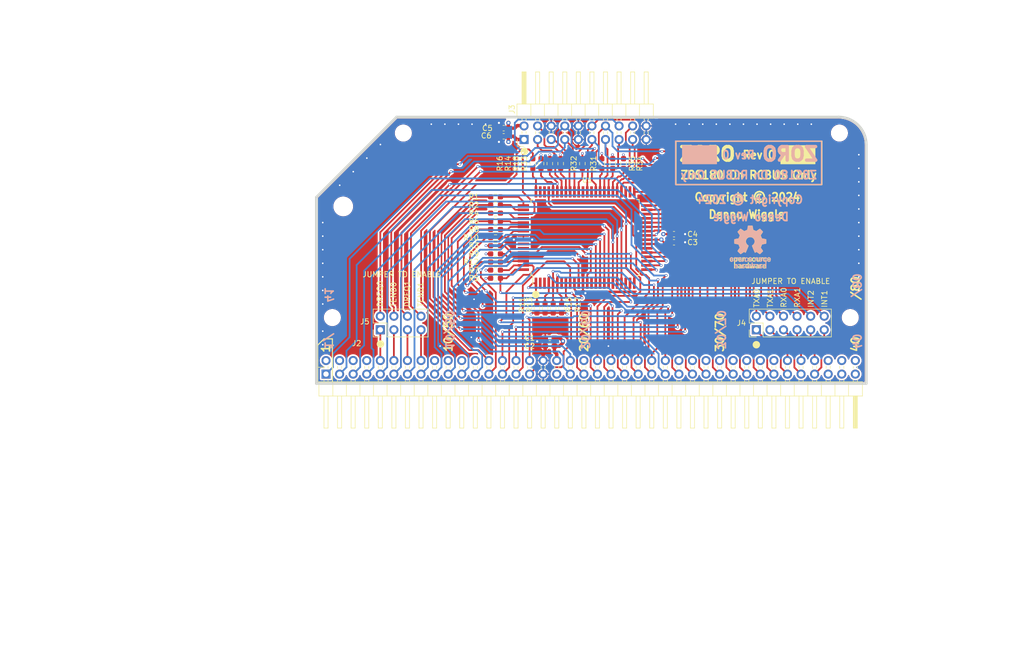
<source format=kicad_pcb>
(kicad_pcb (version 20240108) (generator "pcbnew") (generator_version "8.0")
  (title_block (title "ZORO") (date "2024-07-24") (rev "0") (company "Denno Wiggle") (comment 1 "Z8S180 On RCBUS Only"))
  (layers (0 "F.Cu" signal) (1 "In1.Cu" power) (2 "In2.Cu" power) (31 "B.Cu" signal) (34 "B.Paste" user) (35 "F.Paste" user) (36 "B.SilkS" user "B.Silkscreen") (37 "F.SilkS" user "F.Silkscreen") (38 "B.Mask" user) (39 "F.Mask" user) (44 "Edge.Cuts" user))
  (net 0 "")
  (net 1 "+3.3V")
  (net 2 "GND")
  (net 3 "/RCBUS_UART2_RX")
  (net 4 "/RCBUS_INT2_N")
  (net 5 "/CPU_TXA0")
  (net 6 "/CPU_TXA1")
  (net 7 "/RCBUS_UART1_RX")
  (net 8 "/CPU_DREQ1_N")
  (net 9 "/CPU_CKA0")
  (net 10 "/CPU_TEND1_N")
  (net 11 "/CPU_RXA1")
  (net 12 "/RCBUS_INT1_N")
  (net 13 "/RCBUS_DREQ0_N")
  (net 14 "/RCBUS_TEND1_N")
  (net 15 "/CPU_CKA1")
  (net 16 "/RCBUS_UART1_TX")
  (net 17 "/CPU_RXA0")
  (net 18 "/RCBUS_DREQ1_N")
  (net 19 "/RCBUS_TEND0_N")
  (net 20 "/CPU_INT2_N")
  (net 21 "/RCBUS_UART2_TX")
  (net 22 "/CPU_INT1_N")
  (net 23 "/CPU_BUSACK_N")
  (net 24 "/CPU_A19")
  (net 25 "/CPU_D1")
  (net 26 "/CPU_A11")
  (net 27 "/CPU_D5")
  (net 28 "/CPU_A15")
  (net 30 "/CPU_CLOCK_PHI")
  (net 32 "/CPU_A14")
  (net 33 "/CPU_D4")
  (net 34 "/CPU_A4")
  (net 37 "/CPU_A5")
  (net 38 "/CPU_A6")
  (net 39 "/CPU_D7")
  (net 40 "/CPU_INT0_N")
  (net 42 "/CPU_MREQ_N")
  (net 47 "/CPU_WR_N")
  (net 48 "/CPU_A0")
  (net 49 "/CPU_NMI_N")
  (net 51 "/CPU_RESET_N")
  (net 52 "/CPU_A8")
  (net 53 "/CPU_CLOCK_SRC")
  (net 54 "/CPU_A17")
  (net 55 "/CPU_A13")
  (net 56 "/CPU_WAIT_N")
  (net 58 "/CPU_A3")
  (net 60 "/CPU_BUSREQ_N")
  (net 62 "/CPU_A9")
  (net 63 "/CPU_D2")
  (net 64 "/CPU_IORQ_N")
  (net 66 "/CPU_D3")
  (net 67 "/CPU_HALT_N")
  (net 69 "/CPU_RFSH_N")
  (net 71 "/CPU_A2")
  (net 72 "/CPU_RD_N")
  (net 73 "/CPU_A1")
  (net 75 "/CPU_D0")
  (net 77 "/CPU_M1_N")
  (net 78 "/CPU_A16")
  (net 80 "/CPU_D6")
  (net 81 "/CPU_A18")
  (net 82 "/CPU_A7")
  (net 83 "/CPU_A10")
  (net 87 "/CPU_A12")
  (net 89 "/CPU_DCD0_N")
  (net 90 "/CPU_E")
  (net 91 "/CPU_CKS")
  (net 92 "/CPU_RXS")
  (net 93 "/CPU_CTS0_N")
  (net 94 "/CPU_TXS")
  (net 95 "/CPU_RTS0_N")
  (net 96 "/CPU_IORQ_N_S")
  (net 97 "/CPU_MREQ_N_S")
  (net 98 "/CPU_M1_N_S")
  (net 99 "/CPU_WR_N_S")
  (net 100 "/CPU_RD_N_S")
  (net 101 "/CPU_PHI_S")
  (net 102 "/CPU_BUSACK_N_S")
  (net 103 "/CPU_TEND1_N_S")
  (net 104 "/CPU_RFSH_N_S")
  (footprint "MountingHole:MountingHole_3.2mm_M3" (layer "F.Cu") (at 128.2954 93.4974)
    (property "Reference" "H1" (hide yes))
    (property "Value" "MountingHole")
  )
  (footprint "MountingHole:MountingHole_2.7mm_M2.5_DIN965" (layer "F.Cu") (at 221.1578 79.7687)
    (property "Reference" "H3" (hide yes))
    (property "Value" "MountingHole")
  )
  (footprint "MountingHole:MountingHole_2.7mm_M2.5_DIN965" (layer "F.Cu") (at 223.1898 114.3)
    (property "Reference" "H4" (hide yes))
    (property "Value" "MountingHole")
  )
  (footprint "MountingHole:MountingHole_2.7mm_M2.5_DIN965" (layer "F.Cu") (at 126.2634 114.3)
    (property "Reference" "H5" (hide yes))
    (property "Value" "MountingHole")
  )
  (footprint "Resistor_SMD:R_0603_1608Metric_Pad0.98x0.95mm_HandSolder" (layer "F.Cu") (at 165.30828 85.4837 90)
    (property "Reference" "R14")
    (property "Value" "33R")
  )
  (footprint "Resistor_SMD:R_0603_1608Metric_Pad0.98x0.95mm_HandSolder" (layer "F.Cu") (at 156.79928 100.8507 180)
    (property "Reference" "R3")
    (property "Value" "10K")
  )
  (footprint "Resistor_SMD:R_0603_1608Metric_Pad0.98x0.95mm_HandSolder" (layer "F.Cu") (at 167.59428 112.522 -90)
    (property "Reference" "R15")
    (property "Value" "10K")
  )
  (footprint "Resistor_SMD:R_0603_1608Metric_Pad0.98x0.95mm_HandSolder" (layer "F.Cu") (at 156.79928 106.9467 180)
    (property "Reference" "R5")
    (property "Value" "10K")
  )
  (footprint "Symbol:OSHW-Logo_7.5x8mm_SilkScreen" (layer "F.Cu") (at 204.47 101.092)
    (property "Reference" "LOGO1" (hide yes))
    (property "Value" "Logo_Open_Hardware_Small" (hide yes))
  )
  (footprint "Capacitor_SMD:C_0603_1608Metric_Pad1.08x0.95mm_HandSolder" (layer "F.Cu") (at 166.95928 118.1227 180)
    (property "Reference" "C1")
    (property "Value" "4.7uF")
  )
  (footprint "Resistor_SMD:R_0603_1608Metric_Pad0.98x0.95mm_HandSolder" (layer "F.Cu") (at 178.72628 85.4837 90)
    (property "Reference" "R35")
    (property "Value" "10K")
  )
  (footprint "Connector_PinHeader_2.54mm:PinHeader_2x06_P2.54mm_Vertical" (layer "F.Cu") (at 205.613 116.586 90)
    (property "Reference" "J4")
    (property "Value" "Conn_02x06_Odd_Even")
  )
  (footprint "Resistor_SMD:R_0603_1608Metric_Pad0.98x0.95mm_HandSolder" (layer "F.Cu") (at 176.69428 85.4837 90)
    (property "Reference" "R31")
    (property "Value" "10K")
  )
  (footprint "Connector_PinHeader_2.54mm:PinHeader_2x04_P2.54mm_Vertical" (layer "F.Cu") (at 135.23468 116.586 90)
    (property "Reference" "J5")
    (property "Value" "Conn_02x04_Odd_Even")
  )
  (footprint "Resistor_SMD:R_0603_1608Metric_Pad0.98x0.95mm_HandSolder" (layer "F.Cu") (at 166.95928 85.4837 90)
    (property "Reference" "R18")
    (property "Value" "10K")
  )
  (footprint "Capacitor_SMD:C_0603_1608Metric_Pad1.08x0.95mm_HandSolder" (layer "F.Cu") (at 166.95928 119.6467 180)
    (property "Reference" "C2")
    (property "Value" "100nF")
  )
  (footprint "Resistor_SMD:R_0603_1608Metric_Pad0.98x0.95mm_HandSolder" (layer "F.Cu") (at 173.05528 85.4837 90)
    (property "Reference" "R32")
    (property "Value" "10K")
  )
  (footprint "Resistor_SMD:R_0603_1608Metric_Pad0.98x0.95mm_HandSolder" (layer "F.Cu") (at 156.79928 93.2307 180)
    (property "Reference" "R2")
    (property "Value" "33R")
  )
  (footprint "Connector_PinHeader_2.54mm:PinHeader_2x10_P2.54mm_Horizontal" (layer "F.Cu") (at 162.13828 80.9737 90)
    (property "Reference" "J3")
    (property "Value" "Conn_02x10_Odd_Even")
  )
  (footprint "Resistor_SMD:R_0603_1608Metric_Pad0.98x0.95mm_HandSolder" (layer "F.Cu") (at 156.79928 96.2787 180)
    (property "Reference" "R6")
    (property "Value" "33R")
  )
  (footprint "Resistor_SMD:R_0603_1608Metric_Pad0.98x0.95mm_HandSolder" (layer "F.Cu") (at 168.99128 85.4837 90)
    (property "Reference" "R33")
    (property "Value" "10K")
  )
  (footprint "Resistor_SMD:R_0603_1608Metric_Pad0.98x0.95mm_HandSolder" (layer "F.Cu") (at 156.79928 94.7547 180)
    (property "Reference" "R4")
    (property "Value" "33R")
  )
  (footprint "Resistor_SMD:R_0603_1608Metric_Pad0.98x0.95mm_HandSolder" (layer "F.Cu") (at 156.79928 102.3747 180)
    (property "Reference" "R9")
    (property "Value" "10K")
  )
  (footprint "Capacitor_SMD:C_0603_1608Metric_Pad1.08x0.95mm_HandSolder" (layer "F.Cu") (at 190.20028 98.6917)
    (property "Reference" "C4")
    (property "Value" "100nF")
  )
  (footprint "MountingHole:MountingHole_2.7mm_M2.5_DIN965" (layer "F.Cu") (at 139.5476 79.7687)
    (property "Reference" "H2" (hide yes))
    (property "Value" "MountingHole")
  )
  (footprint "WTM_Library:RCBUS_PinHeader_2x40_P2.54mm_Horizontal" (layer "F.Cu") (at 125.07468 132.9591 90)
    (property "Reference" "J2")
    (property "Value" "Conn_02x40_Top_Bottom")
  )
  (footprint "Resistor_SMD:R_0603_1608Metric_Pad0.98x0.95mm_HandSolder" (layer "F.Cu") (at 166.07028 112.522 -90)
    (property "Reference" "R13")
    (property "Value" "10K")
  )
  (footprint "Resistor_SMD:R_0603_1608Metric_Pad0.98x0.95mm_HandSolder" (layer "F.Cu") (at 156.79928 103.8987 180)
    (property "Reference" "R12")
    (property "Value" "33R")
  )
  (footprint "Resistor_SMD:R_0603_1608Metric_Pad0.98x0.95mm_HandSolder" (layer "F.Cu") (at 156.79928 97.8027 180)
    (property "Reference" "R8")
    (property "Value" "33R")
  )
  (footprint "Resistor_SMD:R_0603_1608Metric_Pad0.98x0.95mm_HandSolder" (layer "F.Cu") (at 156.79928 105.4227 180)
    (property "Reference" "R7")
    (property "Value" "10K")
  )
  (footprint "Resistor_SMD:R_0603_1608Metric_Pad0.98x0.95mm_HandSolder" (layer "F.Cu") (at 156.79928 99.3267 180)
    (property "Reference" "R10")
    (property "Value" "33R")
  )
  (footprint "Resistor_SMD:R_0603_1608Metric_Pad0.98x0.95mm_HandSolder" (layer "F.Cu") (at 180.75828 85.4837 90)
    (property "Reference" "R34")
    (property "Value" "10K")
  )
  (footprint "Capacitor_SMD:C_0603_1608Metric_Pad1.08x0.95mm_HandSolder" (layer "F.Cu") (at 190.20028 100.2157)
    (property "Reference" "C3")
    (property "Value" "4.7uF")
  )
  (footprint "Capacitor_SMD:C_0603_1608Metric_Pad1.08x0.95mm_HandSolder" (layer "F.Cu") (at 158.32328 80.3783 180)
    (property "Reference" "C6")
    (property "Value" "100nF")
  )
  (footprint "Resistor_SMD:R_0603_1608Metric_Pad0.98x0.95mm_HandSolder" (layer "F.Cu") (at 169.164 112.522 -90)
    (property "Reference" "R17")
    (property "Value" "10K")
  )
  (footprint "Resistor_SMD:R_0603_1608Metric_Pad0.98x0.95mm_HandSolder" (layer "F.Cu") (at 163.78428 85.4837 90)
    (property "Reference" "R16")
    (property "Value" "33R")
  )
  (footprint "Resistor_SMD:R_0603_1608Metric_Pad0.98x0.95mm_HandSolder" (layer "F.Cu") (at 164.54628 112.522 -90)
    (property "Reference" "R11")
    (property "Value" "10K")
  )
  (footprint "Capacitor_SMD:C_0603_1608Metric_Pad1.08x0.95mm_HandSolder" (layer "F.Cu") (at 158.32328 78.8543 180)
    (property "Reference" "C5")
    (property "Value" "4.7uF")
  )
  (footprint "WTM_Library:PQFP-80_14x20mm_P0.8mm" (layer "F.Cu") (at 173.56328 99.3267 90)
    (property "Reference" "U1")
    (property "Value" "Z8S18020FSG")
  )
  (footprint "Resistor_SMD:R_0603_1608Metric_Pad0.98x0.95mm_HandSolder" (layer "F.Cu") (at 156.79928 91.7067 180)
    (property "Reference" "R1")
    (property "Value" "33R")
  )
  (footprint "Symbol:OSHW-Logo_7.5x8mm_SilkScreen" (layer "B.Cu") (at 204.47 101.092 180)
    (property "Reference" "LOGO2" (hide yes))
    (property "Value" "Logo_Open_Hardware_Small" (hide yes))
  )
  (gr_rect (start 191.7705 82.098) (end 198.1835 85.542) (stroke (width 0.12)) (fill solid) (layer "B.SilkS"))
  (gr_rect (start 190.5 81.28) (end 217.805 89.408) (stroke (width 0.254)) (fill none) (layer "B.SilkS"))
  (gr_rect (start 210.185 82.098) (end 216.598 85.542) (stroke (width 0.12)) (fill solid) (layer "F.SilkS"))
  (gr_circle (center 164.338 109.982) (end 164.338 110.617) (stroke (width 0.12)) (fill solid) (layer "F.SilkS"))
  (gr_circle (center 162.179 83.185) (end 162.179 83.82) (stroke (width 0.12)) (fill solid) (layer "F.SilkS"))
  (gr_line (start 126.26467 118.28145) (end 126.26848 126.39802) (stroke (width 0.2)) (layer "F.SilkS"))
  (gr_line (start 123.51766 126.39802) (end 123.51385 119.46255) (stroke (width 0.2)) (layer "F.SilkS"))
  (gr_circle (center 205.613 119.38) (end 205.613 120.015) (stroke (width 0.12)) (fill solid) (layer "F.SilkS"))
  (gr_line (start 123.51385 119.46255) (end 124.69495 118.28145) (stroke (width 0.2)) (layer "F.SilkS"))
  (gr_circle (center 135.255 119.253) (end 135.255 119.888) (stroke (width 0.12)) (fill solid) (layer "F.SilkS"))
  (gr_rect (start 190.5635 81.28) (end 217.8685 89.408) (stroke (width 0.254)) (fill none) (layer "F.SilkS"))
  (gr_line (start 124.69495 118.28145) (end 126.26467 118.28145) (stroke (width 0.2)) (layer "F.SilkS"))
  (gr_line (start 126.26848 126.39802) (end 126.30404 126.39802) (stroke (width 0.2)) (layer "F.SilkS"))
  (gr_arc (start 221.00108 76.7715) (mid 224.663906 78.28868) (end 226.18108 81.9515) (stroke (width 0.5)) (layer "Edge.Cuts"))
  (gr_line (start 123.27128 91.7829) (end 123.27128 126.6317) (stroke (width 0.5)) (layer "Edge.Cuts"))
  (gr_line (start 138.28268 76.7715) (end 123.27128 91.7829) (stroke (width 0.5)) (layer "Edge.Cuts"))
  (gr_line (start 226.18268 81.9515) (end 226.18268 126.6317) (stroke (width 0.5)) (layer "Edge.Cuts"))
  (gr_line (start 123.27128 126.6317) (end 226.18268 126.6317) (stroke (width 0.5)) (layer "Edge.Cuts"))
  (gr_line (start 221.00108 76.7715) (end 138.28268 76.7715) (stroke (width 0.5)) (layer "Edge.Cuts"))
  (gr_text "ZORO" (at 217.4875 83.693 -0) (layer "B.SilkS") (effects (font (size 2.54 2.54) (thickness 0.635) (bold yes)) (justify left mirror)))
  (gr_text "30/70" (at 198.12 120.396 270) (layer "B.SilkS") (effects (font (size 1.5 1.5) (thickness 0.3) (bold yes)) (justify left bottom mirror)))
  (gr_text "1/     41" (at 124.714 120.396 270) (layer "B.SilkS") (effects (font (size 1.5 1.5) (thickness 0.3) (bold yes)) (justify left bottom mirror)))
  (gr_text "Z8S180 On RCBUS Only" (at 217.1065 87.63 -0) (layer "B.SilkS") (effects (font (size 1.524 1.397) (thickness 0.3175)) (justify left mirror)))
  (gr_text "10/50" (at 147.32 120.396 270) (layer "B.SilkS") (effects (font (size 1.5 1.5) (thickness 0.3) (bold yes)) (justify left bottom mirror)))
  (gr_text "Denno Wiggle" (at 211.8614 95.448 -0) (layer "B.SilkS") (effects (font (size 1.524 1.397) (thickness 0.3175) (bold yes)) (justify left mirror)))
  (gr_text "Copyright © 2024" (at 214.503 92.2222 -0) (layer "B.SilkS") (effects (font (size 1.524 1.397) (thickness 0.3175) (bold yes)) (justify left mirror)))
  (gr_text "Rev 0" (at 205.4865 83.876 -0) (layer "B.SilkS") (effects (font (size 1.524 1.397) (thickness 0.3175) (bold yes)) (justify left mirror)))
  (gr_text "20/60" (at 172.72 120.396 -90) (layer "B.SilkS") (effects (font (size 1.5 1.5) (thickness 0.3) (bold yes)) (justify left bottom mirror)))
  (gr_text "40      /80" (at 223.52 120.396 270) (layer "B.SilkS") (effects (font (size 1.5 1.5) (thickness 0.3) (bold yes)) (justify left bottom mirror)))
  (gr_text "TEND0" (at 138.303 112.395 90) (layer "F.SilkS") (effects (font (size 1 1)) (justify left bottom)))
  (gr_text "INT1" (at 218.948 112.522 90) (layer "F.SilkS") (effects (font (size 1 1)) (justify left bottom)))
  (gr_text "RXA1" (at 213.868 112.522 90) (layer "F.SilkS") (effects (font (size 1 1)) (justify left bottom)))
  (gr_text "TXA1" (at 208.788 112.522 90) (layer "F.SilkS") (effects (font (size 1 1)) (justify left bottom)))
  (gr_text "RXA0" (at 211.328 112.522 90) (layer "F.SilkS") (effects (font (size 1 1)) (justify left bottom)))
  (gr_text "Denno Wiggle" (at 196.5071 94.996 0) (layer "F.SilkS") (effects (font (size 1.524 1.397) (thickness 0.3175) (bold yes)) (justify left)))
  (gr_text "10/50" (at 148.844 120.904 90) (layer "F.SilkS") (effects (font (size 1.5 1.5) (thickness 0.3) (bold yes)) (justify left bottom)))
  (gr_text "INT2" (at 216.408 112.522 90) (layer "F.SilkS") (effects (font (size 1 1)) (justify left bottom)))
  (gr_text "20/60" (at 174.244 120.904 90) (layer "F.SilkS") (effects (font (size 1.5 1.5) (thickness 0.3) (bold yes)) (justify left bottom)))
  (gr_text "TEND1" (at 143.383 112.395 90) (layer "F.SilkS") (effects (font (size 1 1)) (justify left bottom)))
  (gr_text "30/70" (at 199.644 120.904 90) (layer "F.SilkS") (effects (font (size 1.5 1.5) (thickness 0.3) (bold yes)) (justify left bottom)))
  (gr_text "TXA0" (at 206.248 112.522 90) (layer "F.SilkS") (effects (font (size 1 1)) (justify left bottom)))
  (gr_text "JUMPER TO ENABLE" (at 204.597 108.077 0) (layer "F.SilkS") (effects (font (size 1 1)) (justify left bottom)))
  (gr_text "1" (at 125.0442 120.1166 90) (layer "F.SilkS") (effects (font (size 1.5 1.5) (thickness 0.3))))
  (gr_text "40      /80" (at 225.044 120.904 90) (layer "F.SilkS") (effects (font (size 1.5 1.5) (thickness 0.3) (bold yes)) (justify left bottom)))
  (gr_text "Z8S180 On RCBUS Only" (at 191.262 87.63 0) (layer "F.SilkS") (effects (font (size 1.524 1.397) (thickness 0.3175)) (justify left)))
  (gr_text "Rev 0" (at 202.882 83.876 0) (layer "F.SilkS") (effects (font (size 1.524 1.397) (thickness 0.3175) (bold yes)) (justify left)))
  (gr_text "ZORO" (at 190.881 83.693 0) (layer "F.SilkS") (effects (font (size 2.54 2.54) (thickness 0.635) (bold yes)) (justify left)))
  (gr_text "Copyright © 2024" (at 193.8655 91.7702 0) (layer "F.SilkS") (effects (font (size 1.524 1.397) (thickness 0.3175) (bold yes)) (justify left)))
  (gr_text "JUMPER TO ENABLE" (at 131.826 106.807 0) (layer "F.SilkS") (effects (font (size 1 1)) (justify left bottom)))
  (gr_text "DREQ1" (at 140.843 112.395 90) (layer "F.SilkS") (effects (font (size 1 1)) (justify left bottom)))
  (gr_text "DREQ0" (at 135.763 112.395 90) (layer "F.SilkS") (effects (font (size 1 1)) (justify left bottom)))
  (segment (start 155.88678 106.9467) (end 155.02128 106.9467) (width 0.3302) (layer "F.Cu") (net 1))
  (segment (start 159.18578 81.3932) (end 159.21228 81.4197) (width 0.635) (layer "F.Cu") (net 1))
  (segment (start 176.69428 83.5787) (end 176.69428 84.5712) (width 0.3302) (layer "F.Cu") (net 1))
  (segment (start 167.82178 118.1227) (end 168.8402 118.1227) (width 0.635) (layer "F.Cu") (net 1))
  (segment (start 155.88678 102.3747) (end 155.02128 102.3747) (width 0.3302) (layer "F.Cu") (net 1))
  (segment (start 167.82178 119.6467) (end 168.2623 119.6467) (width 0.3048) (layer "F.Cu") (net 1))
  (segment (start 189.32508 98.679) (end 189.33778 98.6917) (width 0.3302) (layer "F.Cu") (net 1))
  (segment (start 169.418 118.999) (end 168.7703 119.6467) (width 0.635) (layer "F.Cu") (net 1))
  (segment (start 159.18578 80.3783) (end 159.18578 81.3932) (width 0.635) (layer "F.Cu") (net 1))
  (segment (start 160.79828 80.9737) (end 162.13828 80.9737) (width 0.635) (layer "F.Cu") (net 1))
  (segment (start 168.2623 119.6467) (end 168.402 119.507) (width 0.3048) (layer "F.Cu") (net 1))
  (segment (start 178.72628 84.5712) (end 178.72628 83.85728) (width 0.3302) (layer "F.Cu") (net 1))
  (segment (start 159.18578 78.8543) (end 159.18578 77.8902) (width 0.635) (layer "F.Cu") (net 1))
  (segment (start 168.8402 118.1227) (end 169.418 118.7005) (width 0.635) (layer "F.Cu") (net 1))
  (segment (start 167.82178 118.1227) (end 167.82178 120.7007) (width 0.635) (layer "F.Cu") (net 1))
  (segment (start 168.99128 84.5712) (end 168.99128 83.90128) (width 0.3302) (layer "F.Cu") (net 1))
  (segment (start 166.95928 84.5712) (end 166.95928 83.82) (width 0.3302) (layer "F.Cu") (net 1))
  (segment (start 169.9495 113.4345) (end 170.18 113.665) (width 0.3048) (layer "F.Cu") (net 1))
  (segment (start 163.449 113.665) (end 163.6795 113.4345) (width 0.3048) (layer "F.Cu") (net 1))
  (segment (start 160.38068 78.8543) (end 160.86328 78.3717) (width 0.635) (layer "F.Cu") (net 1))
  (segment (start 168.7703 119.6467) (end 167.82178 119.6467) (width 0.635) (layer "F.Cu") (net 1))
  (segment (start 187.80628 99.7267) (end 188.29528 100.2157) (width 0.3302) (layer "F.Cu") (net 1))
  (segment (start 185.11328 99.7267) (end 187.80628 99.7267) (width 0.3302) (layer "F.Cu") (net 1))
  (segment (start 169.418 118.7005) (end 169.418 118.999) (width 0.635) (layer "F.Cu") (net 1))
  (segment (start 159.18578 77.8902) (end 159.21228 77.8637) (width 0.635) (layer "F.Cu") (net 1))
  (segment (start 180.75828 83.85728) (end 180.721 83.82) (width 0.3302) (layer "F.Cu") (net 1))
  (segment (start 188.214 98.679) (end 189.32508 98.679) (width 0.3302) (layer "F.Cu") (net 1))
  (segment (start 189.33778 98.6917) (end 189.33778 100.2157) (width 0.3302) (layer "F.Cu") (net 1))
  (segment (start 164.54628 113.4345) (end 166.07028 113.4345) (width 0.3048) (layer "F.Cu") (net 1))
  (segment (start 155.88678 100.8507) (end 155.02128 100.8507) (width 0.3302) (layer "F.Cu") (net 1))
  (segment (start 160.86328 78.3717) (end 162.07628 78.3717) (width 0.635) (layer "F.Cu") (net 1))
  (segment (start 155.88678 105.4227) (end 155.02128 105.4227) (width 0.3302) (layer "F.Cu") (net 1))
  (segment (start 166.07028 113.4345) (end 169.9495 113.4345) (width 0.3048) (layer "F.Cu") (net 1))
  (segment (start 178.72628 83.85728) (end 178.689 83.82) (width 0.3302) (layer "F.Cu") (net 1))
  (segment (start 168.99128 83.90128) (end 168.91 83.82) (width 0.3302) (layer "F.Cu") (net 1))
  (segment (start 166.07028 113.4345) (end 167.59428 113.4345) (width 0.3048) (layer "F.Cu") (net 1))
  (segment (start 162.07628 78.3717) (end 162.13828 78.4337) (width 0.635) (layer "F.Cu") (net 1))
  (segment (start 159.18578 78.8543) (end 160.38068 78.8543) (width 0.635) (layer "F.Cu") (net 1))
  (segment (start 168.25468 122.3391) (end 168.25468 121.1336) (width 0.635) (layer "F.Cu") (net 1))
  (segment (start 160.20288 80.3783) (end 160.79828 80.9737) (width 0.635) (layer "F.Cu") (net 1))
  (segment (start 163.6795 113.4345) (end 164.54628 113.4345) (width 0.3048) (layer "F.Cu") (net 1))
  (segment (start 188.29528 100.2157) (end 189.33778 100.2157) (width 0.3302) (layer "F.Cu") (net 1))
  (segment (start 180.75828 84.5712) (end 180.75828 83.85728) (width 0.3302) (layer "F.Cu") (net 1))
  (segment (start 168.25468 121.1336) (end 167.82178 120.7007) (width 0.635) (layer "F.Cu") (net 1))
  (segment (start 159.18578 80.3783) (end 160.20288 80.3783) (width 0.635) (layer "F.Cu") (net 1))
  (segment (start 173.05528 84.5712) (end 173.05528 83.5787) (width 0.3302) (layer "F.Cu") (net 1))
  (via (at 169.418 118.7005) (size 0.8) (drill 0.4) (layers "F.Cu" "B.Cu") (net 1))
  (via (at 187.833 99.695) (size 0.8) (drill 0.4) (layers "F.Cu" "B.Cu") (net 1))
  (via (at 159.21228 77.8637) (size 0.8) (drill 0.4) (layers "F.Cu" "B.Cu") (net 1))
  (via (at 170.18 113.665) (size 0.5) (drill 0.3) (layers "F.Cu" "B.Cu") (net 1))
  (via (at 168.91 83.82) (size 0.5) (drill 0.3) (layers "F.Cu" "B.Cu") (net 1))
  (via (at 155.02128 102.3747) (size 0.5) (drill 0.3) (layers "F.Cu" "B.Cu") (net 1))
  (via (at 188.214 98.679) (size 0.8) (drill 0.4) (layers "F.Cu" "B.Cu") (net 1))
  (via (at 155.02128 100.8507) (size 0.5) (drill 0.3) (layers "F.Cu" "B.Cu") (net 1))
  (via (at 173.05528 83.5787) (size 0.5) (drill 0.3) (layers "F.Cu" "B.Cu") (net 1))
  (via (at 178.689 83.82) (size 0.5) (drill 0.3) (layers "F.Cu" "B.Cu") (net 1))
  (via (at 180.721 83.82) (size 0.5) (drill 0.3) (layers "F.Cu" "B.Cu") (net 1))
  (via (at 176.69428 83.5787) (size 0.5) (drill 0.3) (layers "F.Cu" "B.Cu") (net 1))
  (via (at 155.02128 106.9467) (size 0.5) (drill 0.3) (layers "F.Cu" "B.Cu") (net 1))
  (via (at 163.449 113.665) (size 0.5) (drill 0.3) (layers "F.Cu" "B.Cu") (net 1))
  (via (at 166.95928 83.82) (size 0.5) (drill 0.3) (layers "F.Cu" "B.Cu") (net 1))
  (via (at 159.21228 81.4197) (size 0.8) (drill 0.4) (layers "F.Cu" "B.Cu") (net 1))
  (via (at 155.02128 105.4227) (size 0.5) (drill 0.3) (layers "F.Cu" "B.Cu") (net 1))
  (segment (start 183.515 98.1267) (end 185.11328 98.1267) (width 0.3302) (layer "F.Cu") (net 2))
  (segment (start 162.01328 99.7267) (end 163.63828 99.7267) (width 0.3302) (layer "F.Cu") (net 2))
  (segment (start 191.07548 100.203) (end 191.06278 100.2157) (width 0.3302) (layer "F.Cu") (net 2))
  (segment (start 157.46078 81.3932) (end 157.43428 81.4197) (width 0.635) (layer "F.Cu") (net 2))
  (segment (start 192.278 98.679) (end 191.07548 98.679) (width 0.3302) (layer "F.Cu") (net 2))
  (segment (start 165.1254 119.6467) (end 166.09678 119.6467) (width 0.635) (layer "F.Cu") (net 2))
  (segment (start 191.06278 98.6917) (end 191.06278 100.2157) (width 0.3302) (layer "F.Cu") (net 2))
  (segment (start 173.609 109.728) (end 173.355 109.474) (width 0.3048) (layer "F.Cu") (net 2))
  (segment (start 160.22828 99.3267) (end 160.62828 98.9267) (width 0.3302) (layer "F.Cu") (net 2))
  (segment (start 165.71468 122.3391) (end 165.71468 121.0828) (width 0.635) (layer "F.Cu") (net 2))
  (segment (start 157.43428 77.9907) (end 157.46078 78.0172) (width 0.635) (layer "F.Cu") (net 2))
  (segment (start 165.71468 121.0828) (end 166.09678 120.7007) (width 0.635) (layer "F.Cu") (net 2))
  (segment (start 173.609 109.728) (end 173.16328 109.28228) (width 0.3048) (layer "F.Cu") (net 2))
  (segment (start 157.46078 78.0172) (end 157.46078 78.8543) (width 0.635) (layer "F.Cu") (net 2))
  (segment (start 160.22828 99.7077) (end 160.22828 99.3267) (width 0.3302) (layer "F.Cu") (net 2))
  (segment (start 173.16328 109.28228) (end 173.16328 107.8767) (width 0.3048) (layer "F.Cu") (net 2))
  (segment (start 164.592 119.1133) (end 165.1254 119.6467) (width 0.635) (layer "F.Cu") (net 2))
  (segment (start 166.09678 120.7007) (end 166.09678 118.1227) (width 0.635) (layer "F.Cu") (net 2))
  (segment (start 191.07548 98.679) (end 191.06278 98.6917) (width 0.3302) (layer "F.Cu") (net 2))
  (segment (start 192.278 100.203) (end 191.07548 100.203) (width 0.3302) (layer "F.Cu") (net 2))
  (segment (start 165.2143 118.1227) (end 164.592 118.745) (width 0.635) (layer "F.Cu") (net 2))
  (segment (start 163.63828 99.7267) (end 163.65728 99.7077) (width 0.3302) (layer "F.Cu") (net 2))
  (segment (start 160.62828 98.9267) (end 162.01328 98.9267) (width 0.3302) (layer "F.Cu") (net 2))
  (segment (start 157.46078 80.3783) (end 157.46078 81.3932) (width 0.635) (layer "F.Cu") (net 2))
  (segment (start 164.592 118.745) (end 164.592 119.1133) (width 0.635) (layer "F.Cu") (net 2))
  (segment (start 191.06278 98.6917) (end 191.0207 98.6917) (width 0.3302) (layer "F.Cu") (net 2))
  (segment (start 166.09678 118.1227) (end 165.2143 118.1227) (width 0.635) (layer "F.Cu") (net 2))
  (via (at 224.79 83.82) (size 0.5) (drill 0.3) (layers "F.Cu" "B.Cu") (net 2))
  (via (at 224.79 91.44) (size 0.5) (drill 0.3) (layers "F.Cu" "B.Cu") (net 2))
  (via (at 173.609 109.728) (size 0.8) (drill 0.4) (layers "F.Cu" "B.Cu") (net 2))
  (via (at 124.46 99.06) (size 0.5) (drill 0.3) (layers "F.Cu" "B.Cu") (net 2))
  (via (at 213.36 78.105) (size 0.5) (drill 0.3) (layers "F.Cu" "B.Cu") (net 2))
  (via (at 192.278 98.679) (size 0.8) (drill 0.4) (layers "F.Cu" "B.Cu") (net 2))
  (via (at 132.715 84.455) (size 0.5) (drill 0.3) (layers "F.Cu" "B.Cu") (net 2))
  (via (at 203.2 78.105) (size 0.5) (drill 0.3) (layers "F.Cu" "B.Cu") (net 2))
  (via (at 198.12 78.105) (size 0.5) (drill 0.3) (layers "F.Cu" "B.Cu") (net 2))
  (via (at 124.46 109.22) (size 0.5) (drill 0.3) (layers "F.Cu" "B.Cu") (net 2))
  (via (at 147.32 78.105) (size 0.5) (drill 0.3) (layers "F.Cu" "B.Cu") (net 2))
  (via (at 224.79 104.14) (size 0.5) (drill 0.3) (layers "F.Cu" "B.Cu") (net 2))
  (via (at 124.46 101.6) (size 0.5) (drill 0.3) (layers "F.Cu" "B.Cu") (net 2))
  (via (at 224.79 109.22) (size 0.5) (drill 0.3) (layers "F.Cu" "B.Cu") (net 2))
  (via (at 224.79 96.52) (size 0.5) (drill 0.3) (layers "F.Cu" "B.Cu") (net 2))
  (via (at 193.04 78.105) (size 0.5) (drill 0.3) (layers "F.Cu" "B.Cu") (net 2))
  (via (at 224.79 93.98) (size 0.5) (drill 0.3) (layers "F.Cu" "B.Cu") (net 2))
  (via (at 224.79 101.6) (size 0.5) (drill 0.3) (layers "F.Cu" "B.Cu") (net 2))
  (via (at 200.66 78.105) (size 0.5) (drill 0.3) (layers "F.Cu" "B.Cu") (net 2))
  (via (at 224.79 86.36) (size 0.5) (drill 0.3) (layers "F.Cu" "B.Cu") (net 2))
  (via (at 152.781 110.871) (size 0.5) (drill 0.3) (layers "F.Cu" "B.Cu") (net 2))
  (via (at 152.4 78.105) (size 0.5) (drill 0.3) (layers "F.Cu" "B.Cu") (net 2))
  (via (at 157.43428 77.8637) (size 0.8) (drill 0.4) (layers "F.Cu" "B.Cu") (net 2))
  (via (at 210.82 78.105) (size 0.5) (drill 0.3) (layers "F.Cu" "B.Cu") (net 2))
  (via (at 190.5 78.105) (size 0.5) (drill 0.3) (layers "F.Cu" "B.Cu") (net 2))
  (via (at 184.658 119.507) (size 0.5) (drill 0.3) (layers "F.Cu" "B.Cu") (net 2))
  (via (at 163.65728 99.7077) (size 0.8) (drill 0.4) (layers "F.Cu" "B.Cu") (net 2))
  (via (at 224.79 106.68) (size 0.5) (drill 0.3) (layers "F.Cu" "B.Cu") (net 2))
  (via (at 124.46 96.52) (size 0.5) (drill 0.3) (layers "F.Cu" "B.Cu") (net 2))
  (via (at 144.78 78.105) (size 0.5) (drill 0.3) (layers "F.Cu" "B.Cu") (net 2))
  (via (at 224.79 99.06) (size 0.5) (drill 0.3) (layers "F.Cu" "B.Cu") (net 2))
  (via (at 205.74 78.105) (size 0.5) (drill 0.3) (layers "F.Cu" "B.Cu") (net 2))
  (via (at 152.273 117.983) (size 0.5) (drill 0.3) (layers "F.Cu" "B.Cu") (net 2))
  (via (at 149.86 78.105) (size 0.5) (drill 0.3) (layers "F.Cu" "B.Cu") (net 2))
  (via (at 157.43428 81.4197) (size 0.8) (drill 0.4) (layers "F.Cu" "B.Cu") (net 2))
  (via (at 177.927 119.634) (size 0.5) (drill 0.3) (layers "F.Cu" "B.Cu") (net 2))
  (via (at 195.58 78.105) (size 0.5) (drill 0.3) (layers "F.Cu" "B.Cu") (net 2))
  (via (at 154.94 78.105) (size 0.5) (drill 0.3) (layers "F.Cu" "B.Cu") (net 2))
  (via (at 164.592 118.745) (size 0.8) (drill 0.4) (layers "F.Cu" "B.Cu") (net 2))
  (via (at 146.431 119.634) (size 0.5) (drill 0.3) (layers "F.Cu" "B.Cu") (net 2))
  (via (at 124.46 119.38) (size 0.5) (drill 0.3) (layers "F.Cu" "B.Cu") (net 2))
  (via (at 215.9 78.105) (size 0.5) (drill 0.3) (layers "F.Cu" "B.Cu") (net 2))
  (via (at 183.515 98.1267) (size 0.8) (drill 0.4) (layers "F.Cu" "B.Cu") (net 2))
  (via (at 124.46 104.14) (size 0.5) (drill 0.3) (layers "F.Cu" "B.Cu") (net 2))
  (via (at 130.175 86.995) (size 0.5) (drill 0.3) (layers "F.Cu" "B.Cu") (net 2))
  (via (at 124.46 116.84) (size 0.5) (drill 0.3) (layers "F.Cu" "B.Cu") (net 2))
  (via (at 160.22828 99.7077) (size 0.8) (drill 0.4) (layers "F.Cu" "B.Cu") (net 2))
  (via (at 192.278 100.203) (size 0.8) (drill 0.4) (layers "F.Cu" "B.Cu") (net 2))
  (via (at 127.635 89.535) (size 0.5) (drill 0.3) (layers "F.Cu" "B.Cu") (net 2))
  (via (at 124.46 111.76) (size 0.5) (drill 0.3) (layers "F.Cu" "B.Cu") (net 2))
  (via (at 135.255 81.915) (size 0.5) (drill 0.3) (layers "F.Cu" "B.Cu") (net 2))
  (via (at 124.46 106.68) (size 0.5) (drill 0.3) (layers "F.Cu" "B.Cu") (net 2))
  (via (at 208.28 78.105) (size 0.5) (drill 0.3) (layers "F.Cu" "B.Cu") (net 2))
  (via (at 224.79 88.9) (size 0.5) (drill 0.3) (layers "F.Cu" "B.Cu") (net 2))
  (segment (start 213.97468 122.3391) (end 213.97468 118.535757) (width 0.3302) (layer "F.Cu") (net 3))
  (segment (start 213.233 117.794077) (end 213.233 116.586) (width 0.3302) (layer "F.Cu") (net 3))
  (segment (start 213.97468 118.535757) (end 213.233 117.794077) (width 0.3302) (layer "F.Cu") (net 3))
  (segment (start 216.51468 119.99468) (end 215.773 119.253) (width 0.3302) (layer "F.Cu") (net 4))
  (segment (start 216.51468 122.3391) (end 216.51468 119.99468) (width 0.3302) (layer "F.Cu") (net 4))
  (segment (start 215.773 119.253) (end 215.773 116.586) (width 0.3302) (layer "F.Cu") (net 4))
  (segment (start 177.16328 90.7767) (end 177.16328 88.2337) (width 0.3302) (layer "F.Cu") (net 5))
  (segment (start 177.75428 82.8167) (end 177.37828 82.4407) (width 0.3302) (layer "F.Cu") (net 5))
  (segment (start 205.105 111.76) (end 205.613 112.268) (width 0.3302) (layer "F.Cu") (net 5))
  (segment (start 185.547 85.725) (end 196.85 85.725) (width 0.3302) (layer "F.Cu") (net 5))
  (segment (start 196.85 85.725) (end 205.105 93.98) (width 0.3302) (layer "F.Cu") (net 5))
  (segment (start 205.105 93.98) (end 205.105 111.76) (width 0.3302) (layer "F.Cu") (net 5))
  (segment (start 177.37828 82.4407) (end 177.37828 80.9737) (width 0.3302) (layer "F.Cu") (net 5))
  (segment (start 177.16328 88.2337) (end 177.75428 87.6427) (width 0.3302) (layer "F.Cu") (net 5))
  (segment (start 177.75428 87.6427) (end 177.75428 82.8167) (width 0.3302) (layer "F.Cu") (net 5))
  (segment (start 205.613 112.268) (end 205.613 114.046) (width 0.3302) (layer "F.Cu") (net 5))
  (segment (start 184.3405 84.5185) (end 185.547 85.725) (width 0.3302) (layer "F.Cu") (net 5))
  (via (at 184.3405 84.5185) (size 0.5) (drill 0.3) (layers "F.Cu" "B.Cu") (net 5))
  (segment (start 184.277 84.582) (end 178.1278 84.582) (width 0.3302) (layer "B.Cu") (net 5))
  (segment (start 184.3405 84.5185) (end 184.277 84.582) (width 0.3302) (layer "B.Cu") (net 5))
  (segment (start 178.1278 84.582) (end 177.37828 83.83248) (width 0.3302) (layer "B.Cu") (net 5))
  (segment (start 177.37828 83.83248) (end 177.37828 80.9737) (width 0.3302) (layer "B.Cu") (net 5))
  (segment (start 206.502 93.345) (end 206.502 111.379) (width 0.3302) (layer "F.Cu") (net 6))
  (segment (start 207.137 113.03) (end 208.153 114.046) (width 0.3302) (layer "F.Cu") (net 6))
  (segment (start 174.07128 88.138) (end 174.07128 82.8167) (width 0.3302) (layer "F.Cu") (net 6))
  (segment (start 206.502 111.379) (end 207.137 112.014) (width 0.3302) (layer "F.Cu") (net 6))
  (segment (start 207.137 112.014) (end 207.137 113.03) (width 0.3302) (layer "F.Cu") (net 6))
  (segment (start 186.69 84.455) (end 197.612 84.455) (width 0.3302) (layer "F.Cu") (net 6))
  (segment (start 173.96328 90.7767) (end 173.96328 88.246) (width 0.3302) (layer "F.Cu") (net 6))
  (segment (start 197.612 84.455) (end 206.502 93.345) (width 0.3302) (layer "F.Cu") (net 6))
  (segment (start 174.07128 82.8167) (end 174.83828 82.0497) (width 0.3302) (layer "F.Cu") (net 6))
  (segment (start 174.83828 82.0497) (end 174.83828 80.9737) (width 0.3302) (layer "F.Cu") (net 6))
  (segment (start 173.96328 88.246) (end 174.07128 88.138) (width 0.3302) (layer "F.Cu") (net 6))
  (via (at 186.69 84.455) (size 0.5) (drill 0.3) (layers "F.Cu" "B.Cu") (net 6))
  (segment (start 185.547 85.598) (end 177.038 85.598) (width 0.3302) (layer "B.Cu") (net 6))
  (segment (start 186.69 84.455) (end 185.547 85.598) (width 0.3302) (layer "B.Cu") (net 6))
  (segment (start 176.10328 82.2387) (end 174.83828 80.9737) (width 0.3302) (layer "B.Cu") (net 6))
  (segment (start 177.038 85.598) (end 176.10328 84.66328) (width 0.3302) (layer "B.Cu") (net 6))
  (segment (start 176.10328 84.66328) (end 176.10328 82.2387) (width 0.3302) (layer "B.Cu") (net 6))
  (segment (start 212.725 118.618) (end 210.693 116.586) (width 0.3302) (layer "F.Cu") (net 7))
  (segment (start 212.725 123.62942) (end 212.725 118.618) (width 0.3302) (layer "F.Cu") (net 7))
  (segment (start 213.97468 124.8791) (end 212.725 123.62942) (width 0.3302) (layer "F.Cu") (net 7))
  (segment (start 148.209 89.408) (end 139.192 98.425) (width 0.3302) (layer "F.Cu") (net 8))
  (segment (start 166.95928 87.58428) (end 166.95928 86.5232) (width 0.3302) (layer "F.Cu") (net 8))
  (segment (start 139.192 112.92332) (end 140.31468 114.046) (width 0.3302) (layer "F.Cu") (net 8))
  (segment (start 168.36328 89.281) (end 168.36328 90.7767) (width 0.3302) (layer "F.Cu") (net 8))
  (segment (start 168.36328 88.98828) (end 166.95928 87.58428) (width 0.3302) (layer "F.Cu") (net 8))
  (segment (start 168.36328 89.281) (end 168.36328 88.98828) (width 0.3302) (layer "F.Cu") (net 8))
  (segment (start 139.192 98.425) (end 139.192 112.92332) (width 0.3302) (layer "F.Cu") (net 8))
  (via (at 148.209 89.408) (size 0.5) (drill 0.3) (layers "F.Cu" "B.Cu") (net 8))
  (via (at 168.36328 89.281) (size 0.5) (drill 0.3) (layers "F.Cu" "B.Cu") (net 8))
  (segment (start 148.209 89.408) (end 148.336 89.281) (width 0.3302) (layer "B.Cu") (net 8))
  (segment (start 148.336 89.281) (end 168.36328 89.281) (width 0.3302) (layer "B.Cu") (net 8))
  (segment (start 175.36414 82.66684) (end 174.83328 83.1977) (width 0.3302) (layer "F.Cu") (net 9))
  (segment (start 135.23468 98.31832) (end 135.23468 114.046) (width 0.3302) (layer "F.Cu") (net 9))
  (segment (start 174.83328 88.6587) (end 175.56328 89.3887) (width 0.3302) (layer "F.Cu") (net 9))
  (segment (start 174.83328 83.1977) (end 174.83328 88.6587) (width 0.3302) (layer "F.Cu") (net 9))
  (segment (start 147.955 85.598) (end 135.23468 98.31832) (width 0.3302) (layer "F.Cu") (net 9))
  (segment (start 150.114 85.598) (end 147.955 85.598) (width 0.3302) (layer "F.Cu") (net 9))
  (segment (start 175.56328 89.3887) (end 175.56328 90.7767) (width 0.3302) (layer "F.Cu") (net 9))
  (via (at 150.114 85.598) (size 0.5) (drill 0.3) (layers "F.Cu" "B.Cu") (net 9))
  (via (at 175.36414 82.66684) (size 0.5) (drill 0.3) (layers "F.Cu" "B.Cu") (net 9))
  (segment (start 164.211 82.55) (end 167.894 82.55) (width 0.3302) (layer "B.Cu") (net 9))
  (segment (start 168.48328 81.96072) (end 168.48328 79.7087) (width 0.3302) (layer "B.Cu") (net 9))
  (segment (start 175.34128 82.6897) (end 171.78528 82.6897) (width 0.3302) (layer "B.Cu") (net 9))
  (segment (start 162.687 84.074) (end 164.211 82.55) (width 0.3302) (layer "B.Cu") (net 9))
  (segment (start 175.36414 82.66684) (end 175.34128 82.6897) (width 0.3302) (layer "B.Cu") (net 9))
  (segment (start 171.02328 79.6987) (end 169.75828 78.4337) (width 0.3302) (layer "B.Cu") (net 9))
  (segment (start 171.78528 82.6897) (end 171.02328 81.9277) (width 0.3302) (layer "B.Cu") (net 9))
  (segment (start 151.638 84.074) (end 162.687 84.074) (width 0.3302) (layer "B.Cu") (net 9))
  (segment (start 150.114 85.598) (end 151.638 84.074) (width 0.3302) (layer "B.Cu") (net 9))
  (segment (start 168.48328 79.7087) (end 169.75828 78.4337) (width 0.3302) (layer "B.Cu") (net 9))
  (segment (start 167.894 82.55) (end 168.48328 81.96072) (width 0.3302) (layer "B.Cu") (net 9))
  (segment (start 171.02328 81.9277) (end 171.02328 79.6987) (width 0.3302) (layer "B.Cu") (net 9))
  (segment (start 165.30828 84.5712) (end 165.30828 83.82) (width 0.3302) (layer "F.Cu") (net 10))
  (segment (start 140.97 112.16132) (end 142.85468 114.046) (width 0.3302) (layer "F.Cu") (net 10))
  (segment (start 140.97 98.552) (end 140.97 112.16132) (width 0.3302) (layer "F.Cu") (net 10))
  (segment (start 153.4795 86.0425) (end 140.97 98.552) (width 0.3302) (layer "F.Cu") (net 10))
  (via (at 153.4795 86.0425) (size 0.5) (drill 0.3) (layers "F.Cu" "B.Cu") (net 10))
  (via (at 165.30828 83.82) (size 0.5) (drill 0.3) (layers "F.Cu" "B.Cu") (net 10))
  (segment (start 165.30828 84.62772) (end 163.8935 86.0425) (width 0.3302) (layer "B.Cu") (net 10))
  (segment (start 165.30828 83.82) (end 165.30828 84.62772) (width 0.3302) (layer "B.Cu") (net 10))
  (segment (start 163.8935 86.0425) (end 153.4795 86.0425) (width 0.3302) (layer "B.Cu") (net 10))
  (segment (start 172.36328 88.9697) (end 173.05528 88.2777) (width 0.3302) (layer "F.Cu") (net 11))
  (segment (start 176.00578 77.2662) (end 186.4862 77.2662) (width 0.3302) (layer "F.Cu") (net 11))
  (segment (start 173.56328 82.0547) (end 173.56328 79.7087) (width 0.3302) (layer "F.Cu") (net 11))
  (segment (start 191.135 81.915) (end 199.136 81.915) (width 0.3302) (layer "F.Cu") (net 11))
  (segment (start 199.136 81.915) (end 209.296 92.075) (width 0.3302) (layer "F.Cu") (net 11))
  (segment (start 172.36328 90.7767) (end 172.36328 88.9697) (width 0.3302) (layer "F.Cu") (net 11))
  (segment (start 173.05528 88.2777) (end 173.05528 86.5232) (width 0.3302) (layer "F.Cu") (net 11))
  (segment (start 172.44378 86.3962) (end 171.91228 85.8647) (width 0.3302) (layer "F.Cu") (net 11))
  (segment (start 171.91228 85.8647) (end 171.91228 83.7057) (width 0.3302) (layer "F.Cu") (net 11))
  (segment (start 174.83828 78.4337) (end 176.00578 77.2662) (width 0.3302) (layer "F.Cu") (net 11))
  (segment (start 209.296 110.109) (end 213.233 114.046) (width 0.3302) (layer "F.Cu") (net 11))
  (segment (start 186.4862 77.2662) (end 191.135 81.915) (width 0.3302) (layer "F.Cu") (net 11))
  (segment (start 209.296 92.075) (end 209.296 110.109) (width 0.3302) (layer "F.Cu") (net 11))
  (segment (start 173.05528 86.3962) (end 172.44378 86.3962) (width 0.3302) (layer "F.Cu") (net 11))
  (segment (start 173.56328 79.7087) (end 174.83828 78.4337) (width 0.3302) (layer "F.Cu") (net 11))
  (segment (start 171.91228 83.7057) (end 173.56328 82.0547) (width 0.3302) (layer "F.Cu") (net 11))
  (segment (start 218.313 119.507) (end 218.313 116.586) (width 0.3302) (layer "F.Cu") (net 12))
  (segment (start 217.7796 120.0404) (end 218.313 119.507) (width 0.3302) (layer "F.Cu") (net 12))
  (segment (start 217.7796 123.61418) (end 217.7796 120.0404) (width 0.3302) (layer "F.Cu") (net 12))
  (segment (start 216.51468 124.8791) (end 217.7796 123.61418) (width 0.3302) (layer "F.Cu") (net 12))
  (segment (start 135.23468 122.3391) (end 135.23468 116.586) (width 0.3302) (layer "F.Cu") (net 13))
  (segment (start 135.23468 117.2795) (end 135.19388 117.2387) (width 0.3302) (layer "F.Cu") (net 13))
  (segment (start 142.85468 122.3391) (end 142.85468 116.586) (width 0.3302) (layer "F.Cu") (net 14))
  (segment (start 171.27728 86.56828) (end 171.27728 82.4927) (width 0.3302) (layer "F.Cu") (net 15))
  (segment (start 137.77468 112.37468) (end 137.287 111.887) (width 0.3302) (layer "F.Cu") (net 15))
  (segment (start 148.463 86.995) (end 137.287 98.171) (width 0.3302) (layer "F.Cu") (net 15))
  (segment (start 171.56328 90.7767) (end 171.56328 86.85428) (width 0.3302) (layer "F.Cu") (net 15))
  (segment (start 137.77468 114.046) (end 137.77468 112.37468) (width 0.3302) (layer "F.Cu") (net 15))
  (segment (start 171.27728 82.4927) (end 169.75828 80.9737) (width 0.3302) (layer "F.Cu") (net 15))
  (segment (start 171.56328 86.85428) (end 171.27728 86.56828) (width 0.3302) (layer "F.Cu") (net 15))
  (segment (start 137.287 98.171) (end 137.287 111.887) (width 0.3302) (layer "F.Cu") (net 15))
  (via (at 148.463 86.995) (size 0.5) (drill 0.3) (layers "F.Cu" "B.Cu") (net 15))
  (segment (start 169.75828 82.46372) (end 169.75828 80.9737) (width 0.3302) (layer "B.Cu") (net 15))
  (segment (start 168.9711 83.2509) (end 169.75828 82.46372) (width 0.3302) (layer "B.Cu") (net 15))
  (segment (start 164.9071 83.2509) (end 168.9711 83.2509) (width 0.3302) (layer "B.Cu") (net 15))
  (segment (start 150.876 86.995) (end 152.781 85.09) (width 0.3302) (layer "B.Cu") (net 15))
  (segment (start 152.781 85.09) (end 163.068 85.09) (width 0.3302) (layer "B.Cu") (net 15))
  (segment (start 163.068 85.09) (end 164.9071 83.2509) (width 0.3302) (layer "B.Cu") (net 15))
  (segment (start 148.463 86.995) (end 150.876 86.995) (width 0.3302) (layer "B.Cu") (net 15))
  (segment (start 210.185 121.285) (end 205.613 116.713) (width 0.3302) (layer "F.Cu") (net 16))
  (segment (start 211.43468 124.8791) (end 210.185 123.62942) (width 0.3302) (layer "F.Cu") (net 16))
  (segment (start 210.185 123.62942) (end 210.185 121.285) (width 0.3302) (layer "F.Cu") (net 16))
  (segment (start 205.613 116.713) (end 205.613 116.586) (width 0.3302) (layer "F.Cu") (net 16))
  (segment (start 175.59528 86.0387) (end 175.59528 83.3247) (width 0.3302) (layer "F.Cu") (net 17))
  (segment (start 176.36328 87.7637) (end 176.69428 87.4327) (width 0.3302) (layer "F.Cu") (net 17))
  (segment (start 176.1236 79.68838) (end 177.37828 78.4337) (width 0.3302) (layer "F.Cu") (net 17))
  (segment (start 175.59528 83.3247) (end 176.1236 82.79638) (width 0.3302) (layer "F.Cu") (net 17))
  (segment (start 176.69428 87.3057) (end 176.69428 86.3962) (width 0.3302) (layer "F.Cu") (net 17))
  (segment (start 176.69428 86.3962) (end 175.97628 86.3962) (width 0.3302) (layer "F.Cu") (net 17))
  (segment (start 207.899 92.6465) (end 207.899 111.252) (width 0.3302) (layer "F.Cu") (net 17))
  (segment (start 207.899 111.252) (end 210.693 114.046) (width 0.3302) (layer "F.Cu") (net 17))
  (segment (start 176.36328 90.7767) (end 176.36328 87.7637) (width 0.3302) (layer "F.Cu") (net 17))
  (segment (start 175.97628 86.3962) (end 175.61878 86.0387) (width 0.3302) (layer "F.Cu") (net 17))
  (segment (start 175.61878 86.0387) (end 175.59528 86.0387) (width 0.3302) (layer "F.Cu") (net 17))
  (segment (start 176.1236 82.79638) (end 176.1236 79.68838) (width 0.3302) (layer "F.Cu") (net 17))
  (segment (start 198.4375 83.185) (end 207.899 92.6465) (width 0.3302) (layer "F.Cu") (net 17))
  (segment (start 187.96 83.185) (end 198.4375 83.185) (width 0.3302) (layer "F.Cu") (net 17))
  (via (at 187.96 83.185) (size 0.5) (drill 0.3) (layers "F.Cu" "B.Cu") (net 17))
  (segment (start 179.64658 83.185) (end 178.689 82.22742) (width 0.3302) (layer "B.Cu") (net 17))
  (segment (start 178.689 82.22742) (end 178.689 79.74442) (width 0.3302) (layer "B.Cu") (net 17))
  (segment (start 187.96 83.185) (end 179.64658 83.185) (width 0.3302) (layer "B.Cu") (net 17))
  (segment (start 178.689 79.74442) (end 177.37828 78.4337) (width 0.3302) (layer "B.Cu") (net 17))
  (segment (start 140.31468 117.2795) (end 140.27388 117.2387) (width 0.3302) (layer "F.Cu") (net 18))
  (segment (start 140.31468 122.3391) (end 140.31468 116.586) (width 0.3302) (layer "F.Cu") (net 18))
  (segment (start 137.77468 122.3391) (end 137.77468 116.586) (width 0.3302) (layer "F.Cu") (net 19))
  (segment (start 137.77468 117.2795) (end 137.73388 117.2387) (width 0.3302) (layer "F.Cu") (net 19))
  (segment (start 168.36328 106.33772) (end 168.402 106.299) (width 0.3302) (layer "F.Cu") (net 20))
  (segment (start 168.36328 106.33772) (end 168.36328 107.8767) (width 0.3302) (layer "F.Cu") (net 20))
  (segment (start 168.36328 107.8767) (end 168.36328 109.56228) (width 0.3302) (layer "F.Cu") (net 20))
  (segment (start 169.164 110.363) (end 169.164 111.6095) (width 0.3302) (layer "F.Cu") (net 20))
  (segment (start 168.36328 109.56228) (end 169.164 110.363) (width 0.3302) (layer "F.Cu") (net 20))
  (via (at 168.36328 106.33772) (size 0.5) (drill 0.3) (layers "F.Cu" "B.Cu") (net 20))
  (segment (start 179.578 106.807) (end 182.626 109.855) (width 0.3302) (layer "B.Cu") (net 20))
  (segment (start 211.582 109.855) (end 215.773 114.046) (width 0.3302) (layer "B.Cu") (net 20))
  (segment (start 168.36328 106.33772) (end 168.83256 106.807) (width 0.3302) (layer "B.Cu") (net 20))
  (segment (start 168.83256 106.807) (end 179.578 106.807) (width 0.3302) (layer "B.Cu") (net 20))
  (segment (start 182.626 109.855) (end 211.582 109.855) (width 0.3302) (layer "B.Cu") (net 20))
  (segment (start 211.43468 122.3391) (end 211.43468 119.86768) (width 0.3302) (layer "F.Cu") (net 21))
  (segment (start 211.43468 119.86768) (end 208.153 116.586) (width 0.3302) (layer "F.Cu") (net 21))
  (segment (start 167.59428 111.6095) (end 167.56328 111.5785) (width 0.3302) (layer "F.Cu") (net 22))
  (segment (start 167.59428 107.9077) (end 167.56328 107.8767) (width 0.3302) (layer "F.Cu") (net 22))
  (segment (start 167.56328 105.664) (end 167.56328 107.8767) (width 0.3302) (layer "F.Cu") (net 22))
  (segment (start 167.59428 111.3917) (end 167.59428 111.6095) (width 0.3302) (layer "F.Cu") (net 22))
  (segment (start 167.56328 111.5785) (end 167.56328 107.8767) (width 0.3302) (layer "F.Cu") (net 22))
  (via (at 167.56328 105.664) (size 0.5) (drill 0.3) (layers "F.Cu" "B.Cu") (net 22))
  (segment (start 169.037 105.918) (end 180.467 105.918) (width 0.3302) (layer "B.Cu") (net 22))
  (segment (start 168.783 105.664) (end 169.037 105.918) (width 0.3302) (layer "B.Cu") (net 22))
  (segment (start 167.56328 105.664) (end 168.783 105.664) (width 0.3302) (layer "B.Cu") (net 22))
  (segment (start 213.36 109.093) (end 218.313 114.046) (width 0.3302) (layer "B.Cu") (net 22))
  (segment (start 180.467 105.918) (end 183.642 109.093) (width 0.3302) (layer "B.Cu") (net 22))
  (segment (start 183.642 109.093) (end 213.36 109.093) (width 0.3302) (layer "B.Cu") (net 22))
  (segment (start 155.0035 109.2835) (end 153.035 107.315) (width 0.3302) (layer "F.Cu") (net 23))
  (segment (start 178.689 122.06478) (end 178.41468 122.3391) (width 0.3302) (layer "F.Cu") (net 23))
  (segment (start 153.035 107.315) (end 153.035 104.902) (width 0.3302) (layer "F.Cu") (net 23))
  (segment (start 153.035 104.902) (end 154.0383 103.8987) (width 0.3302) (layer "F.Cu") (net 23))
  (segment (start 155.88678 103.8987) (end 155.02128 103.8987) (width 0.3302) (layer "F.Cu") (net 23))
  (segment (start 178.689 112.141) (end 178.689 122.06478) (width 0.3302) (layer "F.Cu") (net 23))
  (segment (start 154.0383 103.8987) (end 155.02128 103.8987) (width 0.3302) (layer "F.Cu") (net 23))
  (via (at 155.0035 109.2835) (size 0.5) (drill 0.3) (layers "F.Cu" "B.Cu") (net 23))
  (via (at 178.689 112.141) (size 0.5) (drill 0.3) (layers "F.Cu" "B.Cu") (net 23))
  (segment (start 177.927 111.379) (end 157.099 111.379) (width 0.3302) (layer "B.Cu") (net 23))
  (segment (start 157.099 111.379) (end 155.0035 109.2835) (width 0.3302) (layer "B.Cu") (net 23))
  (segment (start 178.689 112.141) (end 177.927 111.379) (width 0.3302) (layer "B.Cu") (net 23))
  (segment (start 151.892 120.396) (end 153.61158 120.396) (width 0.3302) (layer "F.Cu") (net 24))
  (segment (start 142.875 98.044) (end 142.875 111.379) (width 0.3302) (layer "F.Cu") (net 24))
  (segment (start 142.875 111.379) (end 151.892 120.396) (width 0.3302) (layer "F.Cu") (net 24))
  (segment (start 186.6963 98.9267) (end 185.11328 98.9267) (width 0.3302) (layer "F.Cu") (net 24))
  (segment (start 153.61158 120.396) (end 155.55468 122.3391) (width 0.3302) (layer "F.Cu") (net 24))
  (segment (start 153.9875 86.9315) (end 142.875 98.044) (width 0.3302) (layer "F.Cu") (net 24))
  (segment (start 186.8805 98.7425) (end 186.6963 98.9267) (width 0.3302) (layer "F.Cu") (net 24))
  (via (at 186.8805 98.7425) (size 0.5) (drill 0.3) (layers "F.Cu" "B.Cu") (net 24))
  (via (at 153.9875 86.9315) (size 0.5) (drill 0.3) (layers "F.Cu" "B.Cu") (net 24))
  (segment (start 187.325 98.298) (end 186.8805 98.7425) (width 0.3302) (layer "B.Cu") (net 24))
  (segment (start 153.9875 86.9315) (end 154.051 86.995) (width 0.3302) (layer "B.Cu") (net 24))
  (segment (start 187.325 94.361) (end 187.325 98.298) (width 0.3302) (layer "B.Cu") (net 24))
  (segment (start 179.959 86.995) (end 187.325 94.361) (width 0.3302) (layer "B.Cu") (net 24))
  (segment (start 154.051 86.995) (end 179.959 86.995) (width 0.3302) (layer "B.Cu") (net 24))
  (segment (start 195.072 117.94998) (end 192.405 120.61698) (width 0.3302) (layer "F.Cu") (net 25))
  (segment (start 192.913 95.758) (end 195.072 97.917) (width 0.3302) (layer "F.Cu") (net 25))
  (segment (start 190.754 95.758) (end 192.913 95.758) (width 0.3302) (layer "F.Cu") (net 25))
  (segment (start 192.405 120.61698) (end 192.405 123.62942) (width 0.3302) (layer "F.Cu") (net 25))
  (segment (start 195.072 97.917) (end 195.072 117.94998) (width 0.3302) (layer "F.Cu") (net 25))
  (segment (start 192.405 123.62942) (end 193.65468 124.8791) (width 0.3302) (layer "F.Cu") (net 25))
  (segment (start 189.9853 96.5267) (end 190.754 95.758) (width 0.3302) (layer "F.Cu") (net 25))
  (segment (start 185.11328 96.5267) (end 189.9853 96.5267) (width 0.3302) (layer "F.Cu") (net 25))
  (segment (start 180.36328 97.917) (end 180.36328 107.8767) (width 0.3302) (layer "F.Cu") (net 26))
  (via (at 180.36328 97.917) (size 0.5) (drill 0.3) (layers "F.Cu" "B.Cu") (net 26))
  (segment (start 136.525 123.58878) (end 135.23468 124.8791) (width 0.3302) (layer "B.Cu") (net 26))
  (segment (start 178.435 93.599) (end 148.844 93.599) (width 0.3302) (layer "B.Cu") (net 26))
  (segment (start 136.525 105.918) (end 136.525 123.58878) (width 0.3302) (layer "B.Cu") (net 26))
  (segment (start 148.844 93.599) (end 136.525 105.918) (width 0.3302) (layer "B.Cu") (net 26))
  (segment (start 180.36328 95.52728) (end 178.435 93.599) (width 0.3302) (layer "B.Cu") (net 26))
  (segment (start 180.36328 97.917) (end 180.36328 95.52728) (width 0.3302) (layer "B.Cu") (net 26))
  (segment (start 202.5396 121.69902) (end 200.914 120.07342) (width 0.3302) (layer "F.Cu") (net 27))
  (segment (start 188.96685 91.186) (end 186.82615 93.3267) (width 0.3302) (layer "F.Cu") (net 27))
  (segment (start 186.82615 93.3267) (end 185.11328 93.3267) (width 0.3302) (layer "F.Cu") (net 27))
  (segment (start 203.81468 124.8791) (end 202.5396 123.60402) (width 0.3302) (layer "F.Cu") (net 27))
  (segment (start 200.914 95.631) (end 196.469 91.186) (width 0.3302) (layer "F.Cu") (net 27))
  (segment (start 196.469 91.186) (end 188.96685 91.186) (width 0.3302) (layer "F.Cu") (net 27))
  (segment (start 202.5396 123.60402) (end 202.5396 121.69902) (width 0.3302) (layer "F.Cu") (net 27))
  (segment (start 200.914 120.07342) (end 200.914 95.631) (width 0.3302) (layer "F.Cu") (net 27))
  (segment (start 188.722 103.7267) (end 185.11328 103.7267) (width 0.3302) (layer "F.Cu") (net 28))
  (via (at 188.722 103.7267) (size 0.5) (drill 0.3) (layers "F.Cu" "B.Cu") (net 28))
  (segment (start 129.4892 117.96358) (end 126.365 121.08778) (width 0.3302) (layer "B.Cu") (net 28))
  (segment (start 126.365 123.58878) (end 125.07468 124.8791) (width 0.3302) (layer "B.Cu") (net 28))
  (segment (start 179.324 88.265) (end 144.526 88.265) (width 0.3302) (layer "B.Cu") (net 28))
  (segment (start 186.055 94.996) (end 179.324 88.265) (width 0.3302) (layer "B.Cu") (net 28))
  (segment (start 186.055 101.0597) (end 186.055 94.996) (width 0.3302) (layer "B.Cu") (net 28))
  (segment (start 188.722 103.7267) (end 186.055 101.0597) (width 0.3302) (layer "B.Cu") (net 28))
  (segment (start 126.365 121.08778) (end 126.365 123.58878) (width 0.3302) (layer "B.Cu") (net 28))
  (segment (start 129.4892 103.3018) (end 129.4892 117.96358) (width 0.3302) (layer "B.Cu") (net 28))
  (segment (start 144.526 88.265) (end 129.4892 103.3018) (width 0.3302) (layer "B.Cu") (net 28))
  (segment (start 174.5996 112.16132) (end 174.5996 123.60402) (width 0.3302) (layer "F.Cu") (net 30))
  (segment (start 155.88678 99.3267) (end 155.02128 99.3267) (width 0.3302) (layer "F.Cu") (net 30))
  (segment (start 174.57928 112.141) (end 174.5996 112.16132) (width 0.3302) (layer "F.Cu") (net 30))
  (segment (start 174.5996 123.60402) (end 175.87468 124.8791) (width 0.3302) (layer "F.Cu") (net 30))
  (segment (start 154.38628 109.944076) (end 152.019 107.576796) (width 0.3302) (layer "F.Cu") (net 30))
  (segment (start 152.019 102.32898) (end 155.02128 99.3267) (width 0.3302) (layer "F.Cu") (net 30))
  (segment (start 152.019 107.576796) (end 152.019 102.32898) (width 0.3302) (layer "F.Cu") (net 30))
  (segment (start 154.38628 112.141) (end 154.38628 109.944076) (width 0.3302) (layer "F.Cu") (net 30))
  (via (at 154.38628 112.141) (size 0.5) (drill 0.3) (layers "F.Cu" "B.Cu") (net 30))
  (via (at 174.57928 112.141) (size 0.5) (drill 0.3) (layers "F.Cu" "B.Cu") (net 30))
  (segment (start 174.57928 112.268) (end 174.57928 112.141) (width 0.3302) (layer "B.Cu") (net 30))
  (segment (start 174.57928 112.141) (end 154.38628 112.141) (width 0.3302) (layer "B.Cu") (net 30))
  (segment (start 187.78728 104.5337) (end 187.78028 104.5267) (width 0.3302) (layer "F.Cu") (net 32))
  (segment (start 187.78028 104.5267) (end 185.11328 104.5267) (width 0.3302) (layer "F.Cu") (net 32))
  (via (at 187.78728 104.5337) (size 0.5) (drill 0.3) (layers "F.Cu" "B.Cu") (net 32))
  (segment (start 179.705 90.424) (end 184.785 95.504) (width 0.3302) (layer "B.Cu") (net 32))
  (segment (start 128.905 123.58878) (end 128.905 120.523) (width 0.3302) (layer "B.Cu") (net 32))
  (segment (start 130.81 118.618) (end 130.81 104.4575) (width 0.3302) (layer "B.Cu") (net 32))
  (segment (start 127.61468 124.8791) (end 128.905 123.58878) (width 0.3302) (layer "B.Cu") (net 32))
  (segment (start 130.81 104.4575) (end 144.8435 90.424) (width 0.3302) (layer "B.Cu") (net 32))
  (segment (start 184.785 101.53142) (end 187.78728 104.5337) (width 0.3302) (layer "B.Cu") (net 32))
  (segment (start 144.8435 90.424) (end 179.705 90.424) (width 0.3302) (layer "B.Cu") (net 32))
  (segment (start 128.905 120.523) (end 130.81 118.618) (width 0.3302) (layer "B.Cu") (net 32))
  (segment (start 184.785 95.504) (end 184.785 101.53142) (width 0.3302) (layer "B.Cu") (net 32))
  (segment (start 199.39 96.012) (end 199.39 120.4468) (width 0.3302) (layer "F.Cu") (net 33))
  (segment (start 189.484 92.202) (end 195.58 92.202) (width 0.3302) (layer "F.Cu") (net 33))
  (segment (start 199.9996 121.0564) (end 199.9996 123.60402) (width 0.3302) (layer "F.Cu") (net 33))
  (segment (start 185.11328 94.1267) (end 186.51028 94.1267) (width 0.3302) (layer "F.Cu") (net 33))
  (segment (start 199.39 120.4468) (end 199.9996 121.0564) (width 0.3302) (layer "F.Cu") (net 33))
  (segment (start 186.51728 94.1197) (end 187.579 94.1197) (width 0.3302) (layer "F.Cu") (net 33))
  (segment (start 187.579 94.107) (end 189.484 92.202) (width 0.3302) (layer "F.Cu") (net 33))
  (segment (start 187.579 94.1197) (end 187.579 94.107) (width 0.3302) (layer "F.Cu") (net 33))
  (segment (start 186.51028 94.1267) (end 186.51728 94.1197) (width 0.3302) (layer "F.Cu") (net 33))
  (segment (start 195.58 92.202) (end 199.39 96.012) (width 0.3302) (layer "F.Cu") (net 33))
  (segment (start 199.9996 123.60402) (end 201.27468 124.8791) (width 0.3302) (layer "F.Cu") (net 33))
  (segment (start 173.96328 106.2927) (end 173.96328 107.8767) (width 0.3302) (layer "F.Cu") (net 34))
  (segment (start 174.625 101.473) (end 174.625 105.63098) (width 0.3302) (layer "F.Cu") (net 34))
  (segment (start 174.625 105.63098) (end 173.96328 106.2927) (width 0.3302) (layer "F.Cu") (net 34))
  (via (at 174.625 101.473) (size 0.5) (drill 0.3) (layers "F.Cu" "B.Cu") (net 34))
  (segment (start 157.988 103.124) (end 154.432 103.124) (width 0.3302) (layer "B.Cu") (net 34))
  (segment (start 154.305 121.285) (end 154.305 123.58878) (width 0.3302) (layer "B.Cu") (net 34))
  (segment (start 154.432 103.124) (end 148.971 108.585) (width 0.3302) (layer "B.Cu") (net 34))
  (segment (start 154.305 123.58878) (end 153.01468 124.8791) (width 0.3302) (layer "B.Cu") (net 34))
  (segment (start 152.654 120.396) (end 153.416 120.396) (width 0.3302) (layer "B.Cu") (net 34))
  (segment (start 148.971 108.585) (end 148.971 116.713) (width 0.3302) (layer "B.Cu") (net 34))
  (segment (start 159.639 101.473) (end 157.988 103.124) (width 0.3302) (layer "B.Cu") (net 34))
  (segment (start 148.971 116.713) (end 152.654 120.396) (width 0.3302) (layer "B.Cu") (net 34))
  (segment (start 174.625 101.473) (end 159.639 101.473) (width 0.3302) (layer "B.Cu") (net 34))
  (segment (start 153.416 120.396) (end 154.305 121.285) (width 0.3302) (layer "B.Cu") (net 34))
  (segment (start 175.56328 100.584) (end 175.56328 107.8767) (width 0.3302) (layer "F.Cu") (net 37))
  (via (at 175.56328 100.584) (size 0.5) (drill 0.3) (layers "F.Cu" "B.Cu") (net 37))
  (segment (start 151.2316 120.8786) (end 151.7396 121.3866) (width 0.3302) (layer "B.Cu") (net 37))
  (segment (start 153.924 101.6) (end 147.955 107.569) (width 0.3302) (layer "B.Cu") (net 37))
  (segment (start 147.955 107.569) (end 147.955 117.6495) (width 0.3302) (layer "B.Cu") (net 37))
  (segment (start 151.7396 123.61418) (end 150.47468 124.8791) (width 0.3302) (layer "B.Cu") (net 37))
  (segment (start 158.75 100.584) (end 157.734 101.6) (width 0.3302) (layer "B.Cu") (net 37))
  (segment (start 151.7396 121.3866) (end 151.7396 123.61418) (width 0.3302) (layer "B.Cu") (net 37))
  (segment (start 175.56328 100.584) (end 158.75 100.584) (width 0.3302) (layer "B.Cu") (net 37))
  (segment (start 147.955 117.6495) (end 151.1841 120.8786) (width 0.3302) (layer "B.Cu") (net 37))
  (segment (start 151.1841 120.8786) (end 151.2316 120.8786) (width 0.3302) (layer "B.Cu") (net 37))
  (segment (start 157.734 101.6) (end 153.924 101.6) (width 0.3302) (layer "B.Cu") (net 37))
  (segment (start 176.36328 99.701) (end 176.36328 107.8767) (width 0.3302) (layer "F.Cu") (net 38))
  (segment (start 176.35728 99.695) (end 176.36328 99.701) (width 0.3302) (layer "F.Cu") (net 38))
  (via (at 176.35728 99.695) (size 0.5) (drill 0.3) (layers "F.Cu" "B.Cu") (net 38))
  (segment (start 158.75 98.806) (end 157.48 100.076) (width 0.3302) (layer "B.Cu") (net 38))
  (segment (start 153.416 100.076) (end 146.685 106.807) (width 0.3302) (layer "B.Cu") (net 38))
  (segment (start 149.1996 121.2596) (end 149.1996 123.61418) (width 0.3302) (layer "B.Cu") (net 38))
  (segment (start 146.685 106.807) (end 146.685 118.745) (width 0.3302) (layer "B.Cu") (net 38))
  (segment (start 165.1 99.695) (end 164.211 98.806) (width 0.3302) (layer "B.Cu") (net 38))
  (segment (start 164.211 98.806) (end 158.75 98.806) (width 0.3302) (layer "B.Cu") (net 38))
  (segment (start 146.685 118.745) (end 149.1996 121.2596) (width 0.3302) (layer "B.Cu") (net 38))
  (segment (start 157.48 100.076) (end 153.416 100.076) (width 0.3302) (layer "B.Cu") (net 38))
  (segment (start 176.35728 99.695) (end 165.1 99.695) (width 0.3302) (layer "B.Cu") (net 38))
  (segment (start 149.1996 123.61418) (end 147.93468 124.8791) (width 0.3302) (layer "B.Cu") (net 38))
  (segment (start 205.486 118.745) (end 204.47 118.745) (width 0.3302) (layer "F.Cu") (net 39))
  (segment (start 186.055 86.995) (end 184.0103 89.0397) (width 0.3302) (layer "F.Cu") (net 39))
  (segment (start 207.645 120.904) (end 205.486 118.745) (width 0.3302) (layer "F.Cu") (net 39))
  (segment (start 208.89468 124.8791) (end 207.645 123.62942) (width 0.3302) (layer "F.Cu") (net 39))
  (segment (start 180.36328 89.4787) (end 180.36328 90.7767) (width 0.3302) (layer "F.Cu") (net 39))
  (segment (start 196.1515 86.995) (end 186.055 86.995) (width 0.3302) (layer "F.Cu") (net 39))
  (segment (start 184.0103 89.0397) (end 180.80228 89.0397) (width 0.3302) (layer "F.Cu") (net 39))
  (segment (start 207.645 123.62942) (end 207.645 120.904) (width 0.3302) (layer "F.Cu") (net 39))
  (segment (start 203.708 94.5515) (end 196.1515 86.995) (width 0.3302) (layer "F.Cu") (net 39))
  (segment (start 204.47 118.745) (end 203.708 117.983) (width 0.3302) (layer "F.Cu") (net 39))
  (segment (start 203.708 117.983) (end 203.708 94.5515) (width 0.3302) (layer "F.Cu") (net 39))
  (segment (start 180.80228 89.0397) (end 180.36328 89.4787) (width 0.3302) (layer "F.Cu") (net 39))
  (segment (start 178.054 111.379) (end 177.1396 112.2934) (width 0.3302) (layer "F.Cu") (net 40))
  (segment (start 177.1396 123.60402) (end 178.41468 124.8791) (width 0.3302) (layer "F.Cu") (net 40))
  (segment (start 166.76328 106.426) (end 166.76328 107.8767) (width 0.3302) (layer "F.Cu") (net 40))
  (segment (start 166.76328 109.58872) (end 166.76328 107.8767) (width 0.3302) (layer "F.Cu") (net 40))
  (segment (start 166.07028 111.6095) (end 166.07028 110.28172) (width 0.3302) (layer "F.Cu") (net 40))
  (segment (start 182.118 111.379) (end 178.054 111.379) (width 0.3302) (layer "F.Cu") (net 40))
  (segment (start 166.07028 110.28172) (end 166.76328 109.58872) (width 0.3302) (layer "F.Cu") (net 40))
  (segment (start 177.1396 112.2934) (end 177.1396 123.60402) (width 0.3302) (layer "F.Cu") (net 40))
  (via (at 166.76328 106.426) (size 0.5) (drill 0.3) (layers "F.Cu" "B.Cu") (net 40))
  (via (at 182.118 111.379) (size 0.5) (drill 0.3) (layers "F.Cu" "B.Cu") (net 40))
  (segment (start 178.816 107.823) (end 168.16028 107.823) (width 0.3302) (layer "B.Cu") (net 40))
  (segment (start 182.118 111.125) (end 178.816 107.823) (width 0.3302) (layer "B.Cu") (net 40))
  (segment (start 182.118 111.379) (end 182.118 111.125) (width 0.3302) (layer "B.Cu") (net 40))
  (segment (start 168.16028 107.823) (end 166.76328 106.426) (width 0.3302) (layer "B.Cu") (net 40))
  (segment (start 147.32 98.933) (end 153.0223 93.2307) (width 0.3302) (layer "F.Cu") (net 42))
  (segment (start 150.876 113.03) (end 147.32 109.474) (width 0.3302) (layer "F.Cu") (net 42))
  (segment (start 153.0223 93.2307) (end 155.88678 93.2307) (width 0.3302) (layer "F.Cu") (net 42))
  (segment (start 180.34 113.03) (end 179.6796 113.6904) (width 0.3302) (layer "F.Cu") (net 42))
  (segment (start 179.6796 113.6904) (end 179.6796 123.60402) (width 0.3302) (layer "F.Cu") (net 42))
  (segment (start 147.32 109.474) (end 147.32 98.933) (width 0.3302) (layer "F.Cu") (net 42))
  (segment (start 179.6796 123.60402) (end 180.95468 124.8791) (width 0.3302) (layer "F.Cu") (net 42))
  (via (at 150.876 113.03) (size 0.5) (drill 0.3) (layers "F.Cu" "B.Cu") (net 42))
  (via (at 180.34 113.03) (size 0.5) (drill 0.3) (layers "F.Cu" "B.Cu") (net 42))
  (segment (start 180.34 113.03) (end 150.876 113.03) (width 0.3302) (layer "B.Cu") (net 42))
  (segment (start 151.257 109.601) (end 149.733 108.077) (width 0.3302) (layer "F.Cu") (net 47))
  (segment (start 149.733 100.076) (end 153.5303 96.2787) (width 0.3302) (layer "F.Cu") (net 47))
  (segment (start 153.5303 96.2787) (end 155.88678 96.2787) (width 0.3302) (layer "F.Cu") (net 47))
  (segment (start 182.626 114.427) (end 182.626 119.634) (width 0.3302) (layer "F.Cu") (net 47))
  (segment (start 182.245 120.015) (end 182.245 123.62942) (width 0.3302) (layer "F.Cu") (net 47))
  (segment (start 186.436 110.617) (end 182.626 114.427) (width 0.3302) (layer "F.Cu") (net 47))
  (segment (start 182.626 119.634) (end 182.245 120.015) (width 0.3302) (layer "F.Cu") (net 47))
  (segment (start 149.733 108.077) (end 149.733 100.076) (width 0.3302) (layer "F.Cu") (net 47))
  (segment (start 186.436 108.204) (end 186.436 110.617) (width 0.3302) (layer "F.Cu") (net 47))
  (segment (start 182.245 123.62942) (end 183.49468 124.8791) (width 0.3302) (layer "F.Cu") (net 47))
  (via (at 186.436 108.204) (size 0.5) (drill 0.3) (layers "F.Cu" "B.Cu") (net 47))
  (via (at 151.257 109.601) (size 0.5) (drill 0.3) (layers "F.Cu" "B.Cu") (net 47))
  (segment (start 151.257 109.601) (end 153.035 109.601) (width 0.3302) (layer "B.Cu") (net 47))
  (segment (start 184.531 108.204) (end 186.436 108.204) (width 0.3302) (layer "B.Cu") (net 47))
  (segment (start 161.671 107.95) (end 164.592 105.029) (width 0.3302) (layer "B.Cu") (net 47))
  (segment (start 164.592 105.029) (end 181.356 105.029) (width 0.3302) (layer "B.Cu") (net 47))
  (segment (start 153.035 109.601) (end 154.686 107.95) (width 0.3302) (layer "B.Cu") (net 47))
  (segment (start 154.686 107.95) (end 161.671 107.95) (width 0.3302) (layer "B.Cu") (net 47))
  (segment (start 181.356 105.029) (end 184.531 108.204) (width 0.3302) (layer "B.Cu") (net 47))
  (segment (start 169.545 120.65) (end 170.942 119.253) (width 0.3302) (layer "F.Cu") (net 48))
  (segment (start 170.942 111.26842) (end 169.96328 110.2897) (width 0.3302) (layer "F.Cu") (net 48))
  (segment (start 170.942 119.253) (end 170.942 111.26842) (width 0.3302) (layer "F.Cu") (net 48))
  (segment (start 169.96328 110.2897) (end 169.96328 107.8767) (width 0.3302) (layer "F.Cu") (net 48))
  (segment (start 169.545 123.1646) (end 169.545 120.65) (width 0.3302) (layer "F.Cu") (net 48))
  (segment (start 169.1132 123.5964) (end 169.545 123.1646) (width 0.3302) (layer "F.Cu") (net 48))
  (segment (start 164.45738 123.5964) (end 169.1132 123.5964) (width 0.3302) (layer "F.Cu") (net 48))
  (segment (start 163.17468 124.8791) (end 164.45738 123.5964) (width 0.3302) (layer "F.Cu") (net 48))
  (segment (start 163.7763 107.8767) (end 164.36328 107.8767) (width 0.3302) (layer "F.Cu") (net 49))
  (segment (start 189.103 112.268) (end 189.103 112.776) (width 0.3302) (layer "F.Cu") (net 49))
  (segment (start 189.103 112.776) (end 188.57468 113.30432) (width 0.3302) (layer "F.Cu") (net 49))
  (segment (start 164.36328 110.0657) (end 164.36328 107.8767) (width 0.3302) (layer "F.Cu") (net 49))
  (segment (start 162.941 108.712) (end 163.7763 107.8767) (width 0.3302) (layer "F.Cu") (net 49))
  (segment (start 188.57468 113.30432) (end 188.57468 122.3391) (width 0.3302) (layer "F.Cu") (net 49))
  (segment (start 164.54628 111.6095) (end 164.54628 110.2487) (width 0.3302) (layer "F.Cu") (net 49))
  (segment (start 164.54628 110.2487) (end 164.36328 110.0657) (width 0.3302) (layer "F.Cu") (net 49))
  (via (at 162.941 108.712) (size 0.5) (drill 0.3) (layers "F.Cu" "B.Cu") (net 49))
  (via (at 189.103 112.268) (size 0.5) (drill 0.3) (layers "F.Cu" "B.Cu") (net 49))
  (segment (start 177.927 108.712) (end 162.941 108.712) (width 0.3302) (layer "B.Cu") (net 49))
  (segment (start 181.483 112.268) (end 177.927 108.712) (width 0.3302) (layer "B.Cu") (net 49))
  (segment (start 189.103 112.268) (end 181.483 112.268) (width 0.3302) (layer "B.Cu") (net 49))
  (segment (start 162.01328 105.3267) (end 160.45128 105.3267) (width 0.3302) (layer "F.Cu") (net 51))
  (segment (start 157.71178 109.57878) (end 157.71178 106.9467) (width 0.3302) (layer "F.Cu") (net 51))
  (segment (start 171.069 109.728) (end 172.0596 110.7186) (width 0.3302) (layer "F.Cu") (net 51))
  (segment (start 172.0596 123.60402) (end 173.33468 124.8791) (width 0.3302) (layer "F.Cu") (net 51))
  (segment (start 172.0596 110.7186) (end 172.0596 123.60402) (width 0.3302) (layer "F.Cu") (net 51))
  (segment (start 158.83128 106.9467) (end 157.71178 106.9467) (width 0.3302) (layer "F.Cu") (net 51))
  (segment (start 157.734 109.601) (end 157.71178 109.57878) (width 0.3302) (layer "F.Cu") (net 51))
  (segment (start 160.45128 105.3267) (end 158.83128 106.9467) (width 0.3302) (layer "F.Cu") (net 51))
  (via (at 157.734 109.601) (size 0.5) (drill 0.3) (layers "F.Cu" "B.Cu") (net 51))
  (via (at 171.069 109.728) (size 0.5) (drill 0.3) (layers "F.Cu" "B.Cu") (net 51))
  (segment (start 157.861 109.728) (end 157.734 109.601) (width 0.3302) (layer "B.Cu") (net 51))
  (segment (start 171.069 109.728) (end 157.861 109.728) (width 0.3302) (layer "B.Cu") (net 51))
  (segment (start 177.96328 97.95328) (end 177.96328 107.8767) (width 0.3302) (layer "F.Cu") (net 52))
  (segment (start 177.165 97.155) (end 177.96328 97.95328) (width 0.3302) (layer "F.Cu") (net 52))
  (via (at 177.165 97.155) (size 0.5) (drill 0.3) (layers "F.Cu" "B.Cu") (net 52))
  (segment (start 177.165 97.155) (end 176.911 96.901) (width 0.3302) (layer "B.Cu") (net 52))
  (segment (start 176.911 96.901) (end 152.257125 96.901) (width 0.3302) (layer "B.Cu") (net 52))
  (segment (start 144.145 123.58878) (end 142.85468 124.8791) (width 0.3302) (layer "B.Cu") (net 52))
  (segment (start 152.257125 96.901) (end 144.145 105.013125) (width 0.3302) (layer "B.Cu") (net 52))
  (segment (start 144.145 105.013125) (end 144.145 123.58878) (width 0.3302) (layer "B.Cu") (net 52))
  (segment (start 182.118 102.362) (end 182.118 105.08742) (width 0.3302) (layer "F.Cu") (net 53))
  (segment (start 182.118 105.08742) (end 183.896 106.86542) (width 0.3302) (layer "F.Cu") (net 53))
  (segment (start 183.896 109.474) (end 183.134 110.236) (width 0.3302) (layer "F.Cu") (net 53))
  (segment (start 172.466 101.092) (end 165.481 101.092) (width 0.3302) (layer "F.Cu") (net 53))
  (segment (start 183.896 106.86542) (end 183.896 109.474) (width 0.3302) (layer "F.Cu") (net 53))
  (segment (start 162.01328 102.1267) (end 159.72628 102.1267) (width 0.3302) (layer "F.Cu") (net 53))
  (segment (start 164.4463 102.1267) (end 165.481 101.092) (width 0.3302) (layer "F.Cu") (net 53))
  (segment (start 177.8635 110.236) (end 175.87468 112.22482) (width 0.3302) (layer "F.Cu") (net 53))
  (segment (start 158.45028 100.8507) (end 157.71178 100.8507) (width 0.3302) (layer "F.Cu") (net 53))
  (segment (start 173.736 102.362) (end 172.466 101.092) (width 0.3302) (layer "F.Cu") (net 53))
  (segment (start 183.134 110.236) (end 177.8635 110.236) (width 0.3302) (layer "F.Cu") (net 53))
  (segment (start 159.72628 102.1267) (end 158.45028 100.8507) (width 0.3302) (layer "F.Cu") (net 53))
  (segment (start 175.87468 112.22482) (end 175.87468 122.3391) (width 0.3302) (layer "F.Cu") (net 53))
  (segment (start 162.01328 102.1267) (end 164.4463 102.1267) (width 0.3302) (layer "F.Cu") (net 53))
  (via (at 173.736 102.362) (size 0.5) (drill 0.3) (layers "F.Cu" "B.Cu") (net 53))
  (via (at 182.118 102.362) (size 0.5) (drill 0.3) (layers "F.Cu" "B.Cu") (net 53))
  (segment (start 182.118 102.362) (end 173.736 102.362) (width 0.3302) (layer "B.Cu") (net 53))
  (segment (start 160.63468 116.09832) (end 160.63468 118.7577) (width 0.3302) (layer "F.Cu") (net 54))
  (segment (start 190.881 102.71171) (end 190.29599 102.1267) (width 0.3302) (layer "F.Cu") (net 54))
  (segment (start 190.881 116.078) (end 190.881 102.71171) (width 0.3302) (layer "F.Cu") (net 54))
  (segment (start 160.63468 122.3391) (end 160.63468 118.7577) (width 0.3302) (layer "F.Cu") (net 54))
  (segment (start 190.29599 102.1267) (end 185.11328 102.1267) (width 0.3302) (layer "F.Cu") (net 54))
  (via (at 160.63468 116.09832) (size 0.5) (drill 0.3) (layers "F.Cu" "B.Cu") (net 54))
  (via (at 190.881 116.078) (size 0.5) (drill 0.3) (layers "F.Cu" "B.Cu") (net 54))
  (segment (start 190.881 116.078) (end 160.655 116.078) (width 0.3302) (layer "B.Cu") (net 54))
  (segment (start 160.655 116.078) (end 160.63468 116.09832) (width 0.3302) (layer "B.Cu") (net 54))
  (segment (start 186.8607 105.3267) (end 185.11328 105.3267) (width 0.3302) (layer "F.Cu") (net 55))
  (segment (start 186.944 105.41) (end 186.8607 105.3267) (width 0.3302) (layer "F.Cu") (net 55))
  (via (at 186.944 105.41) (size 0.5) (drill 0.3) (layers "F.Cu" "B.Cu") (net 55))
  (segment (start 146.304 91.44) (end 132.207 105.537) (width 0.3302) (layer "B.Cu") (net 55))
  (segment (start 132.207 119.49139) (end 131.4704 120.22799) (width 0.3302) (layer "B.Cu") (net 55))
  (segment (start 131.4704 123.56338) (end 130.15468 124.8791) (width 0.3302) (layer "B.Cu") (net 55))
  (segment (start 182.245 100.711) (end 182.245 94.107) (width 0.3302) (layer "B.Cu") (net 55))
  (segment (start 182.245 94.107) (end 179.578 91.44) (width 0.3302) (layer "B.Cu") (net 55))
  (segment (start 179.578 91.44) (end 146.304 91.44) (width 0.3302) (layer "B.Cu") (net 55))
  (segment (start 131.4704 120.22799) (end 131.4704 123.56338) (width 0.3302) (layer "B.Cu") (net 55))
  (segment (start 132.207 105.537) (end 132.207 119.49139) (width 0.3302) (layer "B.Cu") (net 55))
  (segment (start 186.944 105.41) (end 182.245 100.711) (width 0.3302) (layer "B.Cu") (net 55))
  (segment (start 187.071 113.309575) (end 187.071 120.015) (width 0.3302) (layer "F.Cu") (net 56))
  (segment (start 187.071 120.015) (end 186.03468 121.05132) (width 0.3302) (layer "F.Cu") (net 56))
  (segment (start 188.087 112.293575) (end 187.071 113.309575) (width 0.3302) (layer "F.Cu") (net 56))
  (segment (start 186.03468 121.05132) (end 186.03468 122.3391) (width 0.3302) (layer "F.Cu") (net 56))
  (segment (start 165.5513 102.9267) (end 162.01328 102.9267) (width 0.3302) (layer "F.Cu") (net 56))
  (segment (start 166.624 101.854) (end 165.5513 102.9267) (width 0.3302) (layer "F.Cu") (net 56))
  (segment (start 158.45028 102.3747) (end 157.71178 102.3747) (width 0.3302) (layer "F.Cu") (net 56))
  (segment (start 188.722 106.426) (end 188.087 107.061) (width 0.3302) (layer "F.Cu") (net 56))
  (segment (start 172.4025 102.6795) (end 171.577 101.854) (width 0.3302) (layer "F.Cu") (net 56))
  (segment (start 171.577 101.854) (end 166.624 101.854) (width 0.3302) (layer "F.Cu") (net 56))
  (segment (start 188.087 107.061) (end 188.087 112.293575) (width 0.3302) (layer "F.Cu") (net 56))
  (segment (start 159.00228 102.9267) (end 158.45028 102.3747) (width 0.3302) (layer "F.Cu") (net 56))
  (segment (start 162.01328 102.9267) (end 159.00228 102.9267) (width 0.3302) (layer "F.Cu") (net 56))
  (via (at 172.4025 102.6795) (size 0.5) (drill 0.3) (layers "F.Cu" "B.Cu") (net 56))
  (via (at 188.722 106.426) (size 0.5) (drill 0.3) (layers "F.Cu" "B.Cu") (net 56))
  (segment (start 183.261 103.251) (end 186.436 106.426) (width 0.3302) (layer "B.Cu") (net 56))
  (segment (start 172.4025 102.6795) (end 172.974 103.251) (width 0.3302) (layer "B.Cu") (net 56))
  (segment (start 188.722 106.426) (end 186.436 106.426) (width 0.3302) (layer "B.Cu") (net 56))
  (segment (start 172.974 103.251) (end 183.261 103.251) (width 0.3302) (layer "B.Cu") (net 56))
  (segment (start 156.845 123.58878) (end 155.55468 124.8791) (width 0.3302) (layer "F.Cu") (net 58))
  (segment (start 154.051 105.41) (end 154.051 106.781249) (width 0.3302) (layer "F.Cu") (net 58))
  (segment (start 172.339 107.85242) (end 172.36328 107.8767) (width 0.3302) (layer "F.Cu") (net 58))
  (segment (start 171.196 103.251) (end 172.339 104.394) (width 0.3302) (layer "F.Cu") (net 58))
  (segment (start 154.051 106.781249) (end 156.845 109.575249) (width 0.3302) (layer "F.Cu") (net 58))
  (segment (start 172.339 104.394) (end 172.339 107.85242) (width 0.3302) (layer "F.Cu") (net 58))
  (segment (start 156.845 109.575249) (end 156.845 123.58878) (width 0.3302) (layer "F.Cu") (net 58))
  (via (at 171.196 103.251) (size 0.5) (drill 0.3) (layers "F.Cu" "B.Cu") (net 58))
  (via (at 154.051 105.41) (size 0.5) (drill 0.3) (layers "F.Cu" "B.Cu") (net 58))
  (segment (start 158.877 104.648) (end 154.813 104.648) (width 0.3302) (layer "B.Cu") (net 58))
  (segment (start 171.196 103.251) (end 160.274 103.251) (width 0.3302) (layer "B.Cu") (net 58))
  (segment (start 160.274 103.251) (end 158.877 104.648) (width 0.3302) (layer "B.Cu") (net 58))
  (segment (start 154.813 104.648) (end 154.051 105.41) (width 0.3302) (layer "B.Cu") (net 58))
  (segment (start 163.65028 104.5267) (end 162.01328 104.5267) (width 0.3302) (layer "F.Cu") (net 60))
  (segment (start 183.49468 120.28932) (end 183.49468 122.3391) (width 0.3302) (layer "F.Cu") (net 60))
  (segment (start 162.01898 106.299) (end 163.1315 106.299) (width 0.3302) (layer "F.Cu") (net 60))
  (segment (start 163.91128 104.7877) (end 163.65028 104.5267) (width 0.3302) (layer "F.Cu") (net 60))
  (segment (start 158.83128 113.83772) (end 158.83128 109.4867) (width 0.3302) (layer "F.Cu") (net 60))
  (segment (start 160.23528 104.5267) (end 159.33928 105.4227) (width 0.3302) (layer "F.Cu") (net 60))
  (segment (start 162.01328 104.5267) (end 160.23528 104.5267) (width 0.3302) (layer "F.Cu") (net 60))
  (segment (start 163.1315 106.299) (end 163.91128 105.51922) (width 0.3302) (layer "F.Cu") (net 60))
  (segment (start 183.9595 119.8245) (end 183.49468 120.28932) (width 0.3302) (layer "F.Cu") (net 60))
  (segment (start 158.83128 109.4867) (end 162.01898 106.299) (width 0.3302) (layer "F.Cu") (net 60))
  (segment (start 183.9595 119.8245) (end 183.9595 115.2525) (width 0.3302) (layer "F.Cu") (net 60))
  (segment (start 163.91128 105.51922) (end 163.91128 104.7877) (width 0.3302) (layer "F.Cu") (net 60))
  (segment (start 157.607 115.062) (end 158.83128 113.83772) (width 0.3302) (layer "F.Cu") (net 60))
  (segment (start 159.33928 105.4227) (end 157.71178 105.4227) (width 0.3302) (layer "F.Cu") (net 60))
  (segment (start 183.9595 115.2525) (end 183.896 115.189) (width 0.3302) (layer "F.Cu") (net 60))
  (via (at 183.896 115.189) (size 0.5) (drill 0.3) (layers "F.Cu" "B.Cu") (net 60))
  (via (at 157.607 115.062) (size 0.5) (drill 0.3) (layers "F.Cu" "B.Cu") (net 60))
  (segment (start 157.734 115.189) (end 157.607 115.062) (width 0.3302) (layer "B.Cu") (net 60))
  (segment (start 183.896 115.189) (end 157.734 115.189) (width 0.3302) (layer "B.Cu") (net 60))
  (segment (start 178.76328 100.203) (end 178.76328 107.8767) (width 0.3302) (layer "F.Cu") (net 62))
  (via (at 178.76328 100.203) (size 0.5) (drill 0.3) (layers "F.Cu" "B.Cu") (net 62))
  (segment (start 141.6304 123.56338) (end 140.31468 124.8791) (width 0.3302) (layer "B.Cu") (net 62))
  (segment (start 178.76328 100.203) (end 178.76328 97.10228) (width 0.3302) (layer "B.Cu") (net 62))
  (segment (start 177.546 95.885) (end 151.0665 95.885) (width 0.3302) (layer "B.Cu") (net 62))
  (segment (start 151.0665 95.885) (end 141.6304 105.3211) (width 0.3302) (layer "B.Cu") (net 62))
  (segment (start 141.6304 105.3211) (end 141.6304 123.56338) (width 0.3302) (layer "B.Cu") (net 62))
  (segment (start 178.76328 97.10228) (end 177.546 95.885) (width 0.3302) (layer "B.Cu") (net 62))
  (segment (start 189.1343 95.7267) (end 185.11328 95.7267) (width 0.3302) (layer "F.Cu") (net 63))
  (segment (start 196.19468 124.8791) (end 194.9196 123.60402) (width 0.3302) (layer "F.Cu") (net 63))
  (segment (start 190.5 94.361) (end 189.1343 95.7267) (width 0.3302) (layer "F.Cu") (net 63))
  (segment (start 194.9196 120.89638) (end 196.469 119.34698) (width 0.3302) (layer "F.Cu") (net 63))
  (segment (start 196.469 97.282) (end 193.548 94.361) (width 0.3302) (layer "F.Cu") (net 63))
  (segment (start 194.9196 123.60402) (end 194.9196 120.89638) (width 0.3302) (layer "F.Cu") (net 63))
  (segment (start 193.548 94.361) (end 190.5 94.361) (width 0.3302) (layer "F.Cu") (net 63))
  (segment (start 196.469 119.34698) (end 196.469 97.282) (width 0.3302) (layer "F.Cu") (net 63))
  (segment (start 152.5143 91.7067) (end 155.88678 91.7067) (width 0.3302) (layer "F.Cu") (net 64))
  (segment (start 146.05 110.236) (end 146.05 98.171) (width 0.3302) (layer "F.Cu") (net 64))
  (segment (start 150.241 114.427) (end 146.05 110.236) (width 0.3302) (layer "F.Cu") (net 64))
  (segment (start 146.05 98.171) (end 152.5143 91.7067) (width 0.3302) (layer "F.Cu") (net 64))
  (via (at 150.241 114.427) (size 0.5) (drill 0.3) (layers "F.Cu" "B.Cu") (net 64))
  (segment (start 154.051 114.427) (end 157.48 117.856) (width 0.3302) (layer "B.Cu") (net 64))
  (segment (start 157.48 117.856) (end 184.09158 117.856) (width 0.3302) (layer "B.Cu") (net 64))
  (segment (start 187.325 123.62942) (end 188.57468 124.8791) (width 0.3302) (layer "B.Cu") (net 64))
  (segment (start 184.09158 117.856) (end 187.325 121.08942) (width 0.3302) (layer "B.Cu") (net 64))
  (segment (start 187.325 121.08942) (end 187.325 123.62942) (width 0.3302) (layer "B.Cu") (net 64))
  (segment (start 150.241 114.427) (end 154.051 114.427) (width 0.3302) (layer "B.Cu") (net 64))
  (segment (start 194.437 93.218) (end 197.993 96.774) (width 0.3302) (layer "F.Cu") (net 66))
  (segment (start 197.993 96.774) (end 197.993 120.396) (width 0.3302) (layer "F.Cu") (net 66))
  (segment (start 197.4596 120.9294) (end 197.4596 123.60402) (width 0.3302) (layer "F.Cu") (net 66))
  (segment (start 185.11328 94.9267) (end 188.1563 94.9267) (width 0.3302) (layer "F.Cu") (net 66))
  (segment (start 197.993 120.396) (end 197.4596 120.9294) (width 0.3302) (layer "F.Cu") (net 66))
  (segment (start 188.1563 94.9267) (end 189.865 93.218) (width 0.3302) (layer "F.Cu") (net 66))
  (segment (start 189.865 93.218) (end 194.437 93.218) (width 0.3302) (layer "F.Cu") (net 66))
  (segment (start 197.4596 123.60402) (end 198.73468 124.8791) (width 0.3302) (layer "F.Cu") (net 66))
  (segment (start 184.15 106.299) (end 184.912 106.299) (width 0.3302) (layer "F.Cu") (net 67))
  (segment (start 167.46728 93.6117) (end 178.9557 93.6117) (width 0.3302) (layer "F.Cu") (net 67))
  (segment (start 180.95468 114.19332) (end 185.547 109.601) (width 0.3302) (layer "F.Cu") (net 67))
  (segment (start 185.547 109.601) (end 185.547 109.22) (width 0.3302) (layer "F.Cu") (net 67))
  (segment (start 183.134 105.283) (end 184.15 106.299) (width 0.3302) (layer "F.Cu") (net 67))
  (segment (start 178.9557 93.6117) (end 182.49778 97.15378) (width 0.3302) (layer "F.Cu") (net 67))
  (segment (start 185.547 106.934) (end 185.547 109.22) (width 0.3302) (layer "F.Cu") (net 67))
  (segment (start 184.912 106.299) (end 185.547 106.934) (width 0.3302) (layer "F.Cu") (net 67))
  (segment (start 182.49778 98.80478) (end 183.134 99.441) (width 0.3302) (layer "F.Cu") (net 67))
  (segment (start 180.95468 122.3391) (end 180.95468 114.19332) (width 0.3302) (layer "F.Cu") (net 67))
  (segment (start 166.76328 90.7767) (end 166.76328 92.9077) (width 0.3302) (layer "F.Cu") (net 67))
  (segment (start 166.76328 92.9077) (end 167.46728 93.6117) (width 0.3302) (layer "F.Cu") (net 67))
  (segment (start 182.49778 97.15378) (end 182.49778 98.80478) (width 0.3302) (layer "F.Cu") (net 67))
  (segment (start 183.134 99.441) (end 183.134 105.283) (width 0.3302) (layer "F.Cu") (net 67))
  (segment (start 160.73628 83.7057) (end 161.62528 82.8167) (width 0.3302) (layer "F.Cu") (net 69))
  (segment (start 144.526 110.744) (end 144.526 98.044) (width 0.3302) (layer "F.Cu") (net 69))
  (segment (start 163.02228 82.8167) (end 163.78428 83.5787) (width 0.3302) (layer "F.Cu") (net 69))
  (segment (start 153.2763 89.2937) (end 158.94558 89.2937) (width 0.3302) (layer "F.Cu") (net 69))
  (segment (start 150.241 116.459) (end 144.526 110.744) (width 0.3302) (layer "F.Cu") (net 69))
  (segment (start 144.526 98.044) (end 153.2763 89.2937) (width 0.3302) (layer "F.Cu") (net 69))
  (segment (start 163.78428 83.5787) (end 163.78428 84.5712) (width 0.3302) (layer "F.Cu") (net 69))
  (segment (start 158.94558 89.2937) (end 160.73628 87.503) (width 0.3302) (layer "F.Cu") (net 69))
  (segment (start 161.62528 82.8167) (end 163.02228 82.8167) (width 0.3302) (layer "F.Cu") (net 69))
  (segment (start 160.73628 87.503) (end 160.73628 83.7057) (width 0.3302) (layer "F.Cu") (net 69))
  (via (at 150.241 116.459) (size 0.5) (drill 0.3) (layers "F.Cu" "B.Cu") (net 69))
  (segment (start 169.291 119.634) (end 170.79468 121.13768) (width 0.3302) (layer "B.Cu") (net 69))
  (segment (start 170.79468 121.13768) (end 170.79468 122.3391) (width 0.3302) (layer "B.Cu") (net 69))
  (segment (start 150.241 116.459) (end 154.051 116.459) (width 0.3302) (layer "B.Cu") (net 69))
  (segment (start 154.051 116.459) (end 157.226 119.634) (width 0.3302) (layer "B.Cu") (net 69))
  (segment (start 157.226 119.634) (end 169.291 119.634) (width 0.3302) (layer "B.Cu") (net 69))
  (segment (start 159.3596 115.9764) (end 159.3596 123.61418) (width 0.3302) (layer "F.Cu") (net 71))
  (segment (start 172.974 110.617) (end 172.974 110.42242) (width 0.3302) (layer "F.Cu") (net 71))
  (segment (start 160.10128 110.617) (end 160.10128 115.23472) (width 0.3302) (layer "F.Cu") (net 71))
  (segment (start 172.974 110.42242) (end 171.56328 109.0117) (width 0.3302) (layer "F.Cu") (net 71))
  (segment (start 160.10128 115.23472) (end 159.3596 115.9764) (width 0.3302) (layer "F.Cu") (net 71))
  (segment (start 171.56328 109.0117) (end 171.56328 107.8767) (width 0.3302) (layer "F.Cu") (net 71))
  (segment (start 159.3596 123.61418) (end 158.09468 124.8791) (width 0.3302) (layer "F.Cu") (net 71))
  (via (at 160.10128 110.617) (size 0.5) (drill 0.3) (layers "F.Cu" "B.Cu") (net 71))
  (via (at 172.974 110.617) (size 0.5) (drill 0.3) (layers "F.Cu" "B.Cu") (net 71))
  (segment (start 160.10128 110.617) (end 172.974 110.617) (width 0.3302) (layer "B.Cu") (net 71))
  (segment (start 150.876 100.75799) (end 153.83129 97.8027) (width 0.3302) (layer "F.Cu") (net 72))
  (segment (start 185.42 113.538) (end 185.42 119.888) (width 0.3302) (layer "F.Cu") (net 72))
  (segment (start 187.198 111.76) (end 185.42 113.538) (width 0.3302) (layer "F.Cu") (net 72))
  (segment (start 184.7596 123.60402) (end 186.03468 124.8791) (width 0.3302) (layer "F.Cu") (net 72))
  (segment (start 185.42 119.888) (end 184.7596 120.5484) (width 0.3302) (layer "F.Cu") (net 72))
  (segment (start 184.7596 120.5484) (end 184.7596 123.60402) (width 0.3302) (layer "F.Cu") (net 72))
  (segment (start 151.511 108.331) (end 150.876 107.696) (width 0.3302) (layer "F.Cu") (net 72))
  (segment (start 153.83129 97.8027) (end 155.88678 97.8027) (width 0.3302) (layer "F.Cu") (net 72))
  (segment (start 150.876 107.696) (end 150.876 100.75799) (width 0.3302) (layer "F.Cu") (net 72))
  (segment (start 187.198 107.188) (end 187.198 111.76) (width 0.3302) (layer "F.Cu") (net 72))
  (via (at 151.511 108.331) (size 0.5) (drill 0.3) (layers "F.Cu" "B.Cu") (net 72))
  (via (at 187.198 107.188) (size 0.5) (drill 0.3) (layers "F.Cu" "B.Cu") (net 72))
  (segment (start 182.499 104.14) (end 185.7351 107.3761) (width 0.3302) (layer "B.Cu") (net 72))
  (segment (start 187.0099 107.3761) (end 187.198 107.188) (width 0.3302) (layer "B.Cu") (net 72))
  (segment (start 151.511 108.331) (end 153.561271 106.280729) (width 0.3302) (layer "B.Cu") (net 72))
  (segment (start 160.038271 106.280729) (end 162.179 104.14) (width 0.3302) (layer "B.Cu") (net 72))
  (segment (start 162.179 104.14) (end 182.499 104.14) (width 0.3302) (layer "B.Cu") (net 72))
  (segment (start 153.561271 106.280729) (end 160.038271 106.280729) (width 0.3302) (layer "B.Cu") (net 72))
  (segment (start 185.7351 107.3761) (end 187.0099 107.3761) (width 0.3302) (layer "B.Cu") (net 72))
  (segment (start 160.63468 124.8791) (end 161.8996 123.61418) (width 0.3302) (layer "F.Cu") (net 73))
  (segment (start 161.8996 123.61418) (end 161.8996 108.3056) (width 0.3302) (layer "F.Cu") (net 73))
  (segment (start 161.8996 108.3056) (end 166.4462 103.759) (width 0.3302) (layer "F.Cu") (net 73))
  (segment (start 170.76328 104.87949) (end 170.76328 107.8767) (width 0.3302) (layer "F.Cu") (net 73))
  (segment (start 169.64279 103.759) (end 170.76328 104.87949) (width 0.3302) (layer "F.Cu") (net 73))
  (segment (start 166.4462 103.759) (end 169.64279 103.759) (width 0.3302) (layer "F.Cu") (net 73))
  (segment (start 189.865 123.62942) (end 189.865 121.37898) (width 0.3302) (layer "F.Cu") (net 75))
  (segment (start 189.865 121.37898) (end 193.675 117.56898) (width 0.3302) (layer "F.Cu") (net 75))
  (segment (start 192.4497 97.3267) (end 185.11328 97.3267) (width 0.3302) (layer "F.Cu") (net 75))
  (segment (start 193.675 98.552) (end 192.4497 97.3267) (width 0.3302) (layer "F.Cu") (net 75))
  (segment (start 191.11468 124.8791) (end 189.865 123.62942) (width 0.3302) (layer "F.Cu") (net 75))
  (segment (start 193.675 117.56898) (end 193.675 98.552) (width 0.3302) (layer "F.Cu") (net 75))
  (segment (start 153.2763 94.7547) (end 155.88678 94.7547) (width 0.3302) (layer "F.Cu") (net 77))
  (segment (start 153.62428 113.36528) (end 148.59 108.331) (width 0.3302) (layer "F.Cu") (net 77))
  (segment (start 153.62428 118.5037) (end 153.62428 113.36528) (width 0.3302) (layer "F.Cu") (net 77))
  (segment (start 148.59 99.441) (end 153.2763 94.7547) (width 0.3302) (layer "F.Cu") (net 77))
  (segment (start 148.59 108.331) (end 148.59 99.441) (width 0.3302) (layer "F.Cu") (net 77))
  (via (at 153.62428 118.5037) (size 0.5) (drill 0.3) (layers "F.Cu" "B.Cu") (net 77))
  (segment (start 169.49928 123.5837) (end 169.49928 121.49328) (width 0.3302) (layer "B.Cu") (net 77))
  (segment (start 170.79468 124.8791) (end 169.49928 123.5837) (width 0.3302) (layer "B.Cu") (net 77))
  (segment (start 169.49928 121.49328) (end 168.656 120.65) (width 0.3302) (layer "B.Cu") (net 77))
  (segment (start 155.77058 120.65) (end 153.62428 118.5037) (width 0.3302) (layer "B.Cu") (net 77))
  (segment (start 168.656 120.65) (end 155.77058 120.65) (width 0.3302) (layer "B.Cu") (net 77))
  (segment (start 189.865 103.632) (end 189.1597 102.9267) (width 0.3302) (layer "F.Cu") (net 78))
  (segment (start 163.17468 114.72178) (end 163.17468 122.3391) (width 0.3302) (layer "F.Cu") (net 78))
  (segment (start 189.865 113.792) (end 189.865 103.632) (width 0.3302) (layer "F.Cu") (net 78))
  (segment (start 162.687 114.2341) (end 163.17468 114.72178) (width 0.3302) (layer "F.Cu") (net 78))
  (segment (start 189.1597 102.9267) (end 185.11328 102.9267) (width 0.3302) (layer "F.Cu") (net 78))
  (via (at 162.687 114.2341) (size 0.5) (drill 0.3) (layers "F.Cu" "B.Cu") (net 78))
  (via (at 189.865 113.792) (size 0.5) (drill 0.3) (layers "F.Cu" "B.Cu") (net 78))
  (segment (start 189.611 114.046) (end 171.45 114.046) (width 0.3302) (layer "B.Cu") (net 78))
  (segment (start 171.196 114.3) (end 162.7529 114.3) (width 0.3302) (layer "B.Cu") (net 78))
  (segment (start 189.865 113.792) (end 189.611 114.046) (width 0.3302) (layer "B.Cu") (net 78))
  (segment (start 162.7529 114.3) (end 162.687 114.2341) (width 0.3302) (layer "B.Cu") (net 78))
  (segment (start 171.45 114.046) (end 171.196 114.3) (width 0.3302) (layer "B.Cu") (net 78))
  (segment (start 205.105 123.62942) (end 205.105 121.1072) (width 0.3302) (layer "F.Cu") (net 80))
  (segment (start 205.105 121.1072) (end 202.311 118.3132) (width 0.3302) (layer "F.Cu") (net 80))
  (segment (start 195.453 88.265) (end 188.595 88.265) (width 0.3302) (layer "F.Cu") (net 80))
  (segment (start 206.35468 124.8791) (end 205.105 123.62942) (width 0.3302) (layer "F.Cu") (net 80))
  (segment (start 202.311 118.3132) (end 202.311 95.123) (width 0.3302) (layer "F.Cu") (net 80))
  (segment (start 188.595 88.265) (end 186.0833 90.7767) (width 0.3302) (layer "F.Cu") (net 80))
  (segment (start 186.0833 90.7767) (end 182.76328 90.7767) (width 0.3302) (layer "F.Cu") (net 80))
  (segment (start 202.311 95.123) (end 195.453 88.265) (width 0.3302) (layer "F.Cu") (net 80))
  (segment (start 187.32548 101.3587) (end 186.49348 100.5267) (width 0.3302) (layer "F.Cu") (net 81))
  (segment (start 186.49348 100.5267) (end 185.11328 100.5267) (width 0.3302) (layer "F.Cu") (net 81))
  (segment (start 158.09468 116.967) (end 158.09468 122.3391) (width 0.3302) (layer "F.Cu") (net 81))
  (segment (start 192.278 102.489) (end 191.1477 101.3587) (width 0.3302) (layer "F.Cu") (net 81))
  (segment (start 191.1477 101.3587) (end 187.32548 101.3587) (width 0.3302) (layer "F.Cu") (net 81))
  (segment (start 192.278 116.84) (end 192.278 102.489) (width 0.3302) (layer "F.Cu") (net 81))
  (via (at 192.278 116.84) (size 0.5) (drill 0.3) (layers "F.Cu" "B.Cu") (net 81))
  (via (at 158.09468 116.967) (size 0.5) (drill 0.3) (layers "F.Cu" "B.Cu") (net 81))
  (segment (start 192.151 116.967) (end 158.09468 116.967) (width 0.3302) (layer "B.Cu") (net 81))
  (segment (start 192.278 116.84) (end 192.151 116.967) (width 0.3302) (layer "B.Cu") (net 81))
  (segment (start 177.11928 98.679) (end 177.16328 98.723) (width 0.3302) (layer "F.Cu") (net 82))
  (segment (start 177.16328 98.723) (end 177.16328 107.8767) (width 0.3302) (layer "F.Cu") (net 82))
  (via (at 177.11928 98.679) (size 0.5) (drill 0.3) (layers "F.Cu" "B.Cu") (net 82))
  (segment (start 165.862 98.679) (end 165.1 97.917) (width 0.3302) (layer "B.Cu") (net 82))
  (segment (start 145.415 105.918) (end 145.415 119.8372) (width 0.3302) (layer "B.Cu") (net 82))
  (segment (start 146.685 121.1072) (end 146.685 123.58878) (width 0.3302) (layer "B.Cu") (net 82))
  (segment (start 145.415 119.8372) (end 146.685 121.1072) (width 0.3302) (layer "B.Cu") (net 82))
  (segment (start 153.416 97.917) (end 145.415 105.918) (width 0.3302) (layer "B.Cu") (net 82))
  (segment (start 177.11928 98.679) (end 165.862 98.679) (width 0.3302) (layer "B.Cu") (net 82))
  (segment (start 165.1 97.917) (end 153.416 97.917) (width 0.3302) (layer "B.Cu") (net 82))
  (segment (start 146.685 123.58878) (end 145.39468 124.8791) (width 0.3302) (layer "B.Cu") (net 82))
  (segment (start 179.56328 99.06) (end 179.56328 107.8767) (width 0.3302) (layer "F.Cu") (net 83))
  (via (at 179.56328 99.06) (size 0.5) (drill 0.3) (layers "F.Cu" "B.Cu") (net 83))
  (segment (start 139.0904 105.6386) (end 139.0904 123.56338) (width 0.3302) (layer "B.Cu") (net 83))
  (segment (start 139.0904 123.56338) (end 137.77468 124.8791) (width 0.3302) (layer "B.Cu") (net 83))
  (segment (start 179.56328 99.06) (end 179.56328 96.12428) (width 0.3302) (layer "B.Cu") (net 83))
  (segment (start 178.181 94.742) (end 149.987 94.742) (width 0.3302) (layer "B.Cu") (net 83))
  (segment (start 179.56328 96.12428) (end 178.181 94.742) (width 0.3302) (layer "B.Cu") (net 83))
  (segment (start 149.987 94.742) (end 139.0904 105.6386) (width 0.3302) (layer "B.Cu") (net 83))
  (segment (start 181.229 96.774) (end 181.229 105.08742) (width 0.3302) (layer "F.Cu") (net 87))
  (segment (start 182.76328 106.6217) (end 182.76328 107.8767) (width 0.3302) (layer "F.Cu") (net 87))
  (segment (start 181.229 105.08742) (end 182.76328 106.6217) (width 0.3302) (layer "F.Cu") (net 87))
  (via (at 181.229 96.774) (size 0.5) (drill 0.3) (layers "F.Cu" "B.Cu") (net 87))
  (segment (start 133.9596 123.61418) (end 132.69468 124.8791) (width 0.3302) (layer "B.Cu") (net 87))
  (segment (start 133.9596 120.3706) (end 133.9596 123.61418) (width 0.3302) (layer "B.Cu") (net 87))
  (segment (start 133.604 120.015) (end 133.9596 120.3706) (width 0.3302) (layer "B.Cu") (net 87))
  (segment (start 181.229 94.488) (end 179.324 92.583) (width 0.3302) (layer "B.Cu") (net 87))
  (segment (start 181.229 96.774) (end 181.229 94.488) (width 0.3302) (layer "B.Cu") (net 87))
  (segment (start 179.324 92.583) (end 147.574 92.583) (width 0.3302) (layer "B.Cu") (net 87))
  (segment (start 133.604 106.553) (end 133.604 120.015) (width 0.3302) (layer "B.Cu") (net 87))
  (segment (start 147.574 92.583) (end 133.604 106.553) (width 0.3302) (layer "B.Cu") (net 87))
  (segment (start 178.72628 87.8137) (end 178.72628 86.5232) (width 0.3302) (layer "F.Cu") (net 89))
  (segment (start 179.74228 86.1187) (end 179.74228 82.6067) (width 0.3302) (layer "F.Cu") (net 89))
  (segment (start 178.72628 86.3962) (end 179.46478 86.3962) (width 0.3302) (layer "F.Cu") (net 89))
  (segment (start 179.74228 82.6067) (end 179.91828 82.4307) (width 0.3302) (layer "F.Cu") (net 89))
  (segment (start 177.96328 88.5767) (end 178.72628 87.8137) (width 0.3302) (layer "F.Cu") (net 89))
  (segment (start 179.91828 82.4307) (end 179.91828 80.9737) (width 0.3302) (layer "F.Cu") (net 89))
  (segment (start 179.46478 86.3962) (end 179.74228 86.1187) (width 0.3302) (layer "F.Cu") (net 89))
  (segment (start 177.96328 90.7767) (end 177.96328 88.5767) (width 0.3302) (layer "F.Cu") (net 89))
  (segment (start 161.925 90.805) (end 161.925 83.439) (width 0.3302) (layer "F.Cu") (net 90))
  (segment (start 164.084 94.488) (end 164.084 92.964) (width 0.3302) (layer "F.Cu") (net 90))
  (segment (start 164.084 92.964) (end 161.925 90.805) (width 0.3302) (layer "F.Cu") (net 90))
  (segment (start 162.01328 94.9267) (end 163.6453 94.9267) (width 0.3302) (layer "F.Cu") (net 90))
  (segment (start 163.6453 94.9267) (end 164.084 94.488) (width 0.3302) (layer "F.Cu") (net 90))
  (via (at 161.925 83.439) (size 0.5) (drill 0.3) (layers "F.Cu" "B.Cu") (net 90))
  (segment (start 161.925 83.439) (end 160.401 81.915) (width 0.3302) (layer "B.Cu") (net 90))
  (segment (start 178.72118 77.2366) (end 179.91828 78.4337) (width 0.3302) (layer "B.Cu") (net 90))
  (segment (start 161.0154 77.2366) (end 178.72118 77.2366) (width 0.3302) (layer "B.Cu") (net 90))
  (segment (start 160.401 77.851) (end 161.0154 77.2366) (width 0.3302) (layer "B.Cu") (net 90))
  (segment (start 160.401 81.915) (end 160.401 77.851) (width 0.3302) (layer "B.Cu") (net 90))
  (segment (start 169.16328 88.7037) (end 167.97528 87.5157) (width 0.3302) (layer "F.Cu") (net 91))
  (segment (start 167.243409 83.058) (end 165.481 83.058) (width 0.3302) (layer "F.Cu") (net 91))
  (segment (start 167.97528 87.3887) (end 167.97528 83.789871) (width 0.3302) (layer "F.Cu") (net 91))
  (segment (start 165.481 83.058) (end 164.67828 82.25528) (width 0.3302) (layer "F.Cu") (net 91))
  (segment (start 169.16328 90.7767) (end 169.16328 88.7037) (width 0.3302) (layer "F.Cu") (net 91))
  (segment (start 167.97528 83.789871) (end 167.243409 83.058) (width 0.3302) (layer "F.Cu") (net 91))
  (segment (start 164.67828 82.25528) (end 164.67828 80.9737) (width 0.3302) (layer "F.Cu") (net 91))
  (segment (start 165.94328 79.6987) (end 165.94328 81.97088) (width 0.3302) (layer "F.Cu") (net 92))
  (segment (start 167.7416 82.3722) (end 168.53281 83.16341) (width 0.3302) (layer "F.Cu") (net 92))
  (segment (start 165.94328 81.97088) (end 166.3446 82.3722) (width 0.3302) (layer "F.Cu") (net 92))
  (segment (start 169.96328 90.7767) (end 169.96328 88.3607) (width 0.3302) (layer "F.Cu") (net 92))
  (segment (start 164.67828 78.4337) (end 165.94328 79.6987) (width 0.3302) (layer "F.Cu") (net 92))
  (segment (start 170.00728 84.0867) (end 170.00728 85.3802) (width 0.3302) (layer "F.Cu") (net 92))
  (segment (start 168.53281 83.16341) (end 169.08399 83.16341) (width 0.3302) (layer "F.Cu") (net 92))
  (segment (start 169.96328 88.3607) (end 168.99128 87.3887) (width 0.3302) (layer "F.Cu") (net 92))
  (segment (start 170.00728 85.3802) (end 168.99128 86.3962) (width 0.3302) (layer "F.Cu") (net 92))
  (segment (start 166.3446 82.3722) (end 167.7416 82.3722) (width 0.3302) (layer "F.Cu") (net 92))
  (segment (start 169.08399 83.16341) (end 170.00728 84.0867) (width 0.3302) (layer "F.Cu") (net 92))
  (segment (start 168.99128 87.2617) (end 168.99128 86.3962) (width 0.3302) (layer "F.Cu") (net 92))
  (segment (start 180.16728 87.8967) (end 180.75828 87.3057) (width 0.3302) (layer "F.Cu") (net 93))
  (segment (start 181.90128 82.6457) (end 181.18328 81.9277) (width 0.3302) (layer "F.Cu") (net 93))
  (segment (start 178.76328 90.7767) (end 178.76328 88.9197) (width 0.3302) (layer "F.Cu") (net 93))
  (segment (start 181.18328 79.7087) (end 182.45828 78.4337) (width 0.3302) (layer "F.Cu") (net 93))
  (segment (start 178.76328 88.9197) (end 179.78628 87.8967) (width 0.3302) (layer "F.Cu") (net 93))
  (segment (start 181.18328 81.9277) (end 181.18328 79.7087) (width 0.3302) (layer "F.Cu") (net 93))
  (segment (start 180.75828 86.3962) (end 181.36978 86.3962) (width 0.3302) (layer "F.Cu") (net 93))
  (segment (start 181.36978 86.3962) (end 181.90128 85.8647) (width 0.3302) (layer "F.Cu") (net 93))
  (segment (start 179.78628 87.8967) (end 180.16728 87.8967) (width 0.3302) (layer "F.Cu") (net 93))
  (segment (start 180.75828 87.1787) (end 180.75828 86.3962) (width 0.3302) (layer "F.Cu") (net 93))
  (segment (start 181.90128 85.8647) (end 181.90128 82.6457) (width 0.3302) (layer "F.Cu") (net 93))
  (segment (start 170.64228 83.8327) (end 167.78328 80.9737) (width 0.3302) (layer "F.Cu") (net 94))
  (segment (start 167.78328 80.9737) (end 167.21828 80.9737) (width 0.3302) (layer "F.Cu") (net 94))
  (segment (start 170.76328 90.7767) (end 170.64228 90.6557) (width 0.3302) (layer "F.Cu") (net 94))
  (segment (start 170.64228 90.6557) (end 170.64228 83.8327) (width 0.3302) (layer "F.Cu") (net 94))
  (segment (start 179.56328 89.2627) (end 179.56328 90.7767) (width 0.3302) (layer "F.Cu") (net 95))
  (segment (start 182.45328 82.1817) (end 182.83428 82.5627) (width 0.3302) (layer "F.Cu") (net 95))
  (segment (start 180.42128 88.4047) (end 179.56328 89.2627) (width 0.3302) (layer "F.Cu") (net 95))
  (segment (start 180.67528 88.4047) (end 180.42128 88.4047) (width 0.3302) (layer "F.Cu") (net 95))
  (segment (start 182.83428 86.2457) (end 180.67528 88.4047) (width 0.3302) (layer "F.Cu") (net 95))
  (segment (start 182.45828 82.1767) (end 182.45328 82.1817) (width 0.3302) (layer "F.Cu") (net 95))
  (segment (start 182.83428 82.5627) (end 182.83428 86.2457) (width 0.3302) (layer "F.Cu") (net 95))
  (segment (start 182.45828 80.9737) (end 182.45828 82.1767) (width 0.3302) (layer "F.Cu") (net 95))
  (segment (start 162.01328 92.6027) (end 161.11728 91.7067) (width 0.3302) (layer "F.Cu") (net 96))
  (segment (start 161.11728 91.7067) (end 157.71178 91.7067) (width 0.3302) (layer "F.Cu") (net 96))
  (segment (start 162.01328 93.3267) (end 162.01328 92.6027) (width 0.3302) (layer "F.Cu") (net 96))
  (segment (start 159.59328 93.2307) (end 157.71178 93.2307) (width 0.3302) (layer "F.Cu") (net 97))
  (segment (start 162.01328 94.1267) (end 160.48928 94.1267) (width 0.3302) (layer "F.Cu") (net 97))
  (segment (start 160.48928 94.1267) (end 159.59328 93.2307) (width 0.3302) (layer "F.Cu") (net 97))
  (segment (start 162.01328 95.7267) (end 160.31128 95.7267) (width 0.3302) (layer "F.Cu") (net 98))
  (segment (start 160.31128 95.7267) (end 159.33928 94.7547) (width 0.3302) (layer "F.Cu") (net 98))
  (segment (start 159.33928 94.7547) (end 157.71178 94.7547) (width 0.3302) (layer "F.Cu") (net 98))
  (segment (start 162.01328 96.5267) (end 159.71428 96.5267) (width 0.3302) (layer "F.Cu") (net 99))
  (segment (start 159.46628 96.2787) (end 157.71178 96.2787) (width 0.3302) (layer "F.Cu") (net 99))
  (segment (start 159.71428 96.5267) (end 159.46628 96.2787) (width 0.3302) (layer "F.Cu") (net 99))
  (segment (start 159.08528 97.8027) (end 159.56128 97.3267) (width 0.3302) (layer "F.Cu") (net 100))
  (segment (start 159.56128 97.3267) (end 162.01328 97.3267) (width 0.3302) (layer "F.Cu") (net 100))
  (segment (start 157.71178 97.8027) (end 159.08528 97.8027) (width 0.3302) (layer "F.Cu") (net 100))
  (segment (start 160.15828 98.1267) (end 162.01328 98.1267) (width 0.3302) (layer "F.Cu") (net 101))
  (segment (start 158.95828 99.3267) (end 160.15828 98.1267) (width 0.3302) (layer "F.Cu") (net 101))
  (segment (start 157.71178 99.3267) (end 158.95828 99.3267) (width 0.3302) (layer "F.Cu") (net 101))
  (segment (start 159.63828 103.7267) (end 159.46628 103.8987) (width 0.3302) (layer "F.Cu") (net 102))
  (segment (start 159.46628 103.8987) (end 157.71178 103.8987) (width 0.3302) (layer "F.Cu") (net 102))
  (segment (start 162.01328 103.7267) (end 159.63828 103.7267) (width 0.3302) (layer "F.Cu") (net 102))
  (segment (start 167.21328 88.9127) (end 167.56328 89.2627) (width 0.3302) (layer "F.Cu") (net 103))
  (segment (start 166.45128 88.9127) (end 167.21328 88.9127) (width 0.3302) (layer "F.Cu") (net 103))
  (segment (start 167.56328 90.7767) (end 167.56328 89.2627) (width 0.3302) (layer "F.Cu") (net 103))
  (segment (start 165.30828 86.5232) (end 165.30828 87.7697) (width 0.3302) (layer "F.Cu") (net 103))
  (segment (start 165.30828 87.7697) (end 166.45128 88.9127) (width 0.3302) (layer "F.Cu") (net 103))
  (segment (start 163.78428 87.8967) (end 163.78428 86.5232) (width 0.3302) (layer "F.Cu") (net 104))
  (segment (start 164.36328 90.7767) (end 164.36328 88.4757) (width 0.3302) (layer "F.Cu") (net 104))
  (segment (start 164.36328 88.4757) (end 163.78428 87.8967) (width 0.3302) (layer "F.Cu") (net 104))
  (zone (net 2) (net_name "GND") (layer "F.Cu") (priority 4) (connect_pads (clearance 0.3302)) (min_thickness 0.254) (fill yes (thermal_gap 0.2032) (thermal_bridge_width 0.254) (smoothing chamfer) (radius 0.127))
    (polygon (pts (xy 121.412 75.184) (xy 228.092 75.184) (xy 228.092 137.16) (xy 121.412 137.16)))
  )
  (zone (net 2) (net_name "GND") (layer "B.Cu") (priority 7) (connect_pads (clearance 0.3302)) (min_thickness 0.254) (fill yes (thermal_gap 0.2032) (thermal_bridge_width 0.254) (smoothing chamfer) (radius 0.127))
    (polygon (pts (xy 118.364 72.136) (xy 231.14 72.136) (xy 231.14 140.208) (xy 118.364 140.208)))
  )
)
</source>
